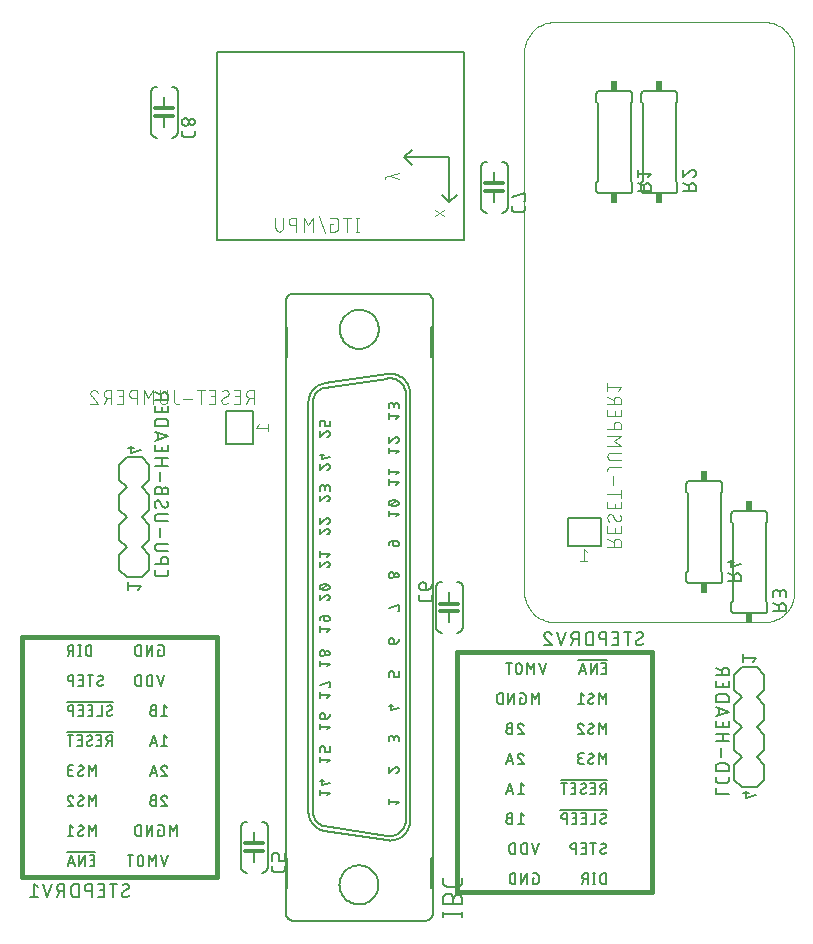
<source format=gbr>
G04 EAGLE Gerber RS-274X export*
G75*
%MOIN*%
%FSLAX34Y34*%
%LPD*%
%INSilkscreen Bottom*%
%IPPOS*%
%AMOC8*
5,1,8,0,0,1.08239X$1,22.5*%
G01*
%ADD10C,0.006000*%
%ADD11C,0.005000*%
%ADD12C,0.007000*%
%ADD13C,0.008000*%
%ADD14C,0.003000*%
%ADD15C,0.004000*%
%ADD16C,0.016000*%
%ADD17C,0.000000*%
%ADD18R,0.024000X0.034000*%
%ADD19C,0.012000*%


D10*
X13340Y3190D02*
X15420Y2880D01*
X12950Y17300D02*
X12952Y17344D01*
X12957Y17388D01*
X12967Y17431D01*
X12979Y17474D01*
X12996Y17515D01*
X13015Y17554D01*
X13038Y17592D01*
X13064Y17628D01*
X13093Y17662D01*
X13124Y17693D01*
X13158Y17721D01*
X13194Y17746D01*
X13232Y17769D01*
X13272Y17788D01*
X13314Y17803D01*
X13356Y17815D01*
X15407Y18118D02*
X15451Y18126D01*
X15496Y18129D01*
X15541Y18130D01*
X15586Y18126D01*
X15631Y18118D01*
X15674Y18107D01*
X15717Y18092D01*
X15758Y18074D01*
X15797Y18052D01*
X15835Y18027D01*
X15870Y17998D01*
X15902Y17967D01*
X15932Y17933D01*
X15959Y17897D01*
X15983Y17859D01*
X16003Y17819D01*
X16020Y17777D01*
X16033Y17734D01*
X16042Y17690D01*
X16048Y17645D01*
X16050Y17600D01*
X15410Y18120D02*
X13350Y17810D01*
X16050Y17600D02*
X16050Y3400D01*
X16048Y3355D01*
X16043Y3311D01*
X16033Y3268D01*
X16020Y3225D01*
X16004Y3183D01*
X15984Y3143D01*
X15961Y3105D01*
X15934Y3069D01*
X15905Y3036D01*
X15873Y3005D01*
X15838Y2976D01*
X15802Y2951D01*
X15763Y2929D01*
X15722Y2910D01*
X15681Y2895D01*
X15638Y2883D01*
X15594Y2875D01*
X15549Y2871D01*
X15505Y2870D01*
X15460Y2873D01*
X15416Y2880D01*
X13347Y3187D02*
X13305Y3200D01*
X13264Y3216D01*
X13225Y3235D01*
X13188Y3258D01*
X13153Y3283D01*
X13120Y3311D01*
X13089Y3342D01*
X13061Y3376D01*
X13036Y3411D01*
X13013Y3449D01*
X12994Y3488D01*
X12978Y3529D01*
X12966Y3571D01*
X12957Y3613D01*
X12952Y3656D01*
X12950Y3700D01*
X12950Y17300D01*
X12100Y1150D02*
X12050Y1150D01*
X12050Y2150D01*
X12100Y2150D02*
X12100Y1150D01*
X12100Y2150D02*
X12050Y2150D01*
X12050Y18850D01*
X12050Y1150D02*
X12050Y300D01*
X12052Y270D01*
X12057Y240D01*
X12066Y211D01*
X12079Y184D01*
X12094Y158D01*
X12113Y134D01*
X12134Y113D01*
X12158Y94D01*
X12184Y79D01*
X12211Y66D01*
X12240Y57D01*
X12270Y52D01*
X12300Y50D01*
X12050Y20700D02*
X12052Y20730D01*
X12057Y20760D01*
X12066Y20789D01*
X12079Y20816D01*
X12094Y20842D01*
X12113Y20866D01*
X12134Y20887D01*
X12158Y20906D01*
X12184Y20921D01*
X12211Y20934D01*
X12240Y20943D01*
X12270Y20948D01*
X12300Y20950D01*
X16950Y20700D02*
X16950Y19850D01*
X16700Y20950D02*
X12300Y20950D01*
X16700Y20950D02*
X16730Y20948D01*
X16760Y20943D01*
X16789Y20934D01*
X16816Y20921D01*
X16842Y20906D01*
X16866Y20887D01*
X16887Y20866D01*
X16906Y20842D01*
X16921Y20816D01*
X16934Y20789D01*
X16943Y20760D01*
X16948Y20730D01*
X16950Y20700D01*
X16700Y50D02*
X12300Y50D01*
X16700Y50D02*
X16730Y52D01*
X16760Y57D01*
X16789Y66D01*
X16816Y79D01*
X16842Y94D01*
X16866Y113D01*
X16887Y134D01*
X16906Y158D01*
X16921Y184D01*
X16934Y211D01*
X16943Y240D01*
X16948Y270D01*
X16950Y300D01*
X12100Y18850D02*
X12050Y18850D01*
X12050Y19850D01*
X12100Y19850D02*
X12100Y18850D01*
X12100Y19850D02*
X12050Y19850D01*
X12050Y20700D01*
X16900Y18850D02*
X16950Y18850D01*
X16950Y2150D01*
X16900Y18850D02*
X16900Y19850D01*
X16950Y19850D01*
X16950Y18850D01*
X16950Y1150D02*
X16900Y1150D01*
X16950Y1150D02*
X16950Y300D01*
X16900Y1150D02*
X16900Y2150D01*
X16950Y2150D01*
X16950Y1150D01*
X16200Y3400D02*
X16200Y17600D01*
X15410Y18270D02*
X13370Y17970D01*
X15387Y18267D02*
X15436Y18275D01*
X15486Y18279D01*
X15536Y18280D01*
X15586Y18277D01*
X15636Y18270D01*
X15685Y18260D01*
X15733Y18246D01*
X15780Y18228D01*
X15825Y18208D01*
X15869Y18183D01*
X15911Y18156D01*
X15951Y18126D01*
X15989Y18093D01*
X16024Y18057D01*
X16056Y18019D01*
X16085Y17978D01*
X16112Y17935D01*
X16135Y17891D01*
X16154Y17845D01*
X16171Y17797D01*
X16183Y17749D01*
X16193Y17700D01*
X16198Y17650D01*
X16200Y17600D01*
X13340Y3040D02*
X15420Y2730D01*
X15387Y2733D02*
X15436Y2725D01*
X15486Y2721D01*
X15536Y2720D01*
X15586Y2723D01*
X15636Y2730D01*
X15685Y2740D01*
X15733Y2754D01*
X15780Y2772D01*
X15825Y2792D01*
X15869Y2817D01*
X15911Y2844D01*
X15951Y2874D01*
X15989Y2907D01*
X16024Y2943D01*
X16056Y2981D01*
X16085Y3022D01*
X16112Y3065D01*
X16135Y3109D01*
X16154Y3155D01*
X16171Y3202D01*
X16183Y3251D01*
X16193Y3300D01*
X16198Y3350D01*
X16200Y3400D01*
X12800Y3700D02*
X12800Y17300D01*
X12800Y3700D02*
X12802Y3649D01*
X12808Y3597D01*
X12817Y3547D01*
X12831Y3497D01*
X12848Y3449D01*
X12869Y3402D01*
X12893Y3356D01*
X12921Y3313D01*
X12952Y3272D01*
X12986Y3233D01*
X13022Y3197D01*
X13062Y3164D01*
X13104Y3134D01*
X13147Y3107D01*
X13193Y3083D01*
X13241Y3064D01*
X13289Y3047D01*
X13339Y3035D01*
X13390Y3026D01*
X12800Y17300D02*
X12802Y17352D01*
X12808Y17403D01*
X12818Y17453D01*
X12831Y17503D01*
X12848Y17552D01*
X12869Y17599D01*
X12894Y17644D01*
X12921Y17688D01*
X12952Y17729D01*
X12986Y17768D01*
X13023Y17804D01*
X13063Y17837D01*
X13104Y17867D01*
X13148Y17894D01*
X13194Y17917D01*
X13242Y17937D01*
X13291Y17953D01*
X13341Y17966D01*
X13392Y17974D01*
X13443Y17979D01*
X13840Y1240D02*
X13842Y1290D01*
X13848Y1340D01*
X13858Y1390D01*
X13871Y1438D01*
X13888Y1486D01*
X13909Y1532D01*
X13933Y1576D01*
X13961Y1618D01*
X13992Y1658D01*
X14026Y1695D01*
X14063Y1730D01*
X14102Y1761D01*
X14143Y1790D01*
X14187Y1815D01*
X14233Y1837D01*
X14280Y1855D01*
X14328Y1869D01*
X14377Y1880D01*
X14427Y1887D01*
X14477Y1890D01*
X14528Y1889D01*
X14578Y1884D01*
X14628Y1875D01*
X14676Y1863D01*
X14724Y1846D01*
X14770Y1826D01*
X14815Y1803D01*
X14858Y1776D01*
X14898Y1746D01*
X14936Y1713D01*
X14971Y1677D01*
X15004Y1638D01*
X15033Y1597D01*
X15059Y1554D01*
X15082Y1509D01*
X15101Y1462D01*
X15116Y1414D01*
X15128Y1365D01*
X15136Y1315D01*
X15140Y1265D01*
X15140Y1215D01*
X15136Y1165D01*
X15128Y1115D01*
X15116Y1066D01*
X15101Y1018D01*
X15082Y971D01*
X15059Y926D01*
X15033Y883D01*
X15004Y842D01*
X14971Y803D01*
X14936Y767D01*
X14898Y734D01*
X14858Y704D01*
X14815Y677D01*
X14770Y654D01*
X14724Y634D01*
X14676Y617D01*
X14628Y605D01*
X14578Y596D01*
X14528Y591D01*
X14477Y590D01*
X14427Y593D01*
X14377Y600D01*
X14328Y611D01*
X14280Y625D01*
X14233Y643D01*
X14187Y665D01*
X14143Y690D01*
X14102Y719D01*
X14063Y750D01*
X14026Y785D01*
X13992Y822D01*
X13961Y862D01*
X13933Y904D01*
X13909Y948D01*
X13888Y994D01*
X13871Y1042D01*
X13858Y1090D01*
X13848Y1140D01*
X13842Y1190D01*
X13840Y1240D01*
X13850Y19760D02*
X13852Y19810D01*
X13858Y19860D01*
X13868Y19910D01*
X13881Y19958D01*
X13898Y20006D01*
X13919Y20052D01*
X13943Y20096D01*
X13971Y20138D01*
X14002Y20178D01*
X14036Y20215D01*
X14073Y20250D01*
X14112Y20281D01*
X14153Y20310D01*
X14197Y20335D01*
X14243Y20357D01*
X14290Y20375D01*
X14338Y20389D01*
X14387Y20400D01*
X14437Y20407D01*
X14487Y20410D01*
X14538Y20409D01*
X14588Y20404D01*
X14638Y20395D01*
X14686Y20383D01*
X14734Y20366D01*
X14780Y20346D01*
X14825Y20323D01*
X14868Y20296D01*
X14908Y20266D01*
X14946Y20233D01*
X14981Y20197D01*
X15014Y20158D01*
X15043Y20117D01*
X15069Y20074D01*
X15092Y20029D01*
X15111Y19982D01*
X15126Y19934D01*
X15138Y19885D01*
X15146Y19835D01*
X15150Y19785D01*
X15150Y19735D01*
X15146Y19685D01*
X15138Y19635D01*
X15126Y19586D01*
X15111Y19538D01*
X15092Y19491D01*
X15069Y19446D01*
X15043Y19403D01*
X15014Y19362D01*
X14981Y19323D01*
X14946Y19287D01*
X14908Y19254D01*
X14868Y19224D01*
X14825Y19197D01*
X14780Y19174D01*
X14734Y19154D01*
X14686Y19137D01*
X14638Y19125D01*
X14588Y19116D01*
X14538Y19111D01*
X14487Y19110D01*
X14437Y19113D01*
X14387Y19120D01*
X14338Y19131D01*
X14290Y19145D01*
X14243Y19163D01*
X14197Y19185D01*
X14153Y19210D01*
X14112Y19239D01*
X14073Y19270D01*
X14036Y19305D01*
X14002Y19342D01*
X13971Y19382D01*
X13943Y19424D01*
X13919Y19468D01*
X13898Y19514D01*
X13881Y19562D01*
X13868Y19610D01*
X13858Y19660D01*
X13852Y19710D01*
X13850Y19760D01*
D11*
X15815Y4019D02*
X15739Y3925D01*
X15815Y4019D02*
X15475Y4019D01*
X15475Y3925D02*
X15475Y4114D01*
X15815Y5079D02*
X15813Y5096D01*
X15809Y5112D01*
X15801Y5126D01*
X15790Y5139D01*
X15777Y5150D01*
X15763Y5158D01*
X15747Y5162D01*
X15730Y5164D01*
X15815Y5079D02*
X15813Y5060D01*
X15808Y5041D01*
X15800Y5023D01*
X15788Y5007D01*
X15774Y4994D01*
X15758Y4983D01*
X15740Y4975D01*
X15664Y5136D02*
X15678Y5148D01*
X15694Y5157D01*
X15712Y5162D01*
X15730Y5164D01*
X15664Y5136D02*
X15475Y4975D01*
X15475Y5164D01*
X15475Y6025D02*
X15475Y6119D01*
X15477Y6137D01*
X15482Y6155D01*
X15491Y6171D01*
X15503Y6185D01*
X15517Y6197D01*
X15533Y6206D01*
X15551Y6211D01*
X15569Y6213D01*
X15587Y6211D01*
X15605Y6206D01*
X15621Y6197D01*
X15635Y6185D01*
X15647Y6171D01*
X15656Y6155D01*
X15661Y6137D01*
X15663Y6119D01*
X15815Y6138D02*
X15815Y6025D01*
X15815Y6138D02*
X15813Y6154D01*
X15808Y6169D01*
X15800Y6183D01*
X15790Y6194D01*
X15777Y6204D01*
X15762Y6210D01*
X15747Y6214D01*
X15731Y6214D01*
X15716Y6210D01*
X15701Y6204D01*
X15688Y6194D01*
X15678Y6183D01*
X15670Y6169D01*
X15665Y6154D01*
X15663Y6138D01*
X15664Y6138D02*
X15664Y6063D01*
X15551Y7075D02*
X15815Y7151D01*
X15551Y7075D02*
X15551Y7264D01*
X15626Y7207D02*
X15475Y7207D01*
X15475Y8175D02*
X15475Y8288D01*
X15476Y8303D01*
X15481Y8317D01*
X15488Y8330D01*
X15497Y8342D01*
X15509Y8351D01*
X15522Y8358D01*
X15536Y8363D01*
X15551Y8364D01*
X15588Y8364D01*
X15603Y8363D01*
X15617Y8358D01*
X15630Y8351D01*
X15642Y8342D01*
X15651Y8330D01*
X15658Y8317D01*
X15663Y8303D01*
X15664Y8288D01*
X15664Y8175D01*
X15815Y8175D01*
X15815Y8364D01*
X15664Y9275D02*
X15664Y9388D01*
X15663Y9403D01*
X15658Y9417D01*
X15651Y9430D01*
X15642Y9442D01*
X15630Y9451D01*
X15617Y9458D01*
X15603Y9463D01*
X15588Y9464D01*
X15569Y9464D01*
X15569Y9463D02*
X15551Y9461D01*
X15533Y9456D01*
X15517Y9447D01*
X15503Y9435D01*
X15491Y9421D01*
X15482Y9405D01*
X15477Y9387D01*
X15475Y9369D01*
X15477Y9351D01*
X15482Y9333D01*
X15491Y9317D01*
X15503Y9303D01*
X15517Y9291D01*
X15533Y9282D01*
X15551Y9277D01*
X15569Y9275D01*
X15664Y9275D01*
X15688Y9277D01*
X15711Y9282D01*
X15733Y9291D01*
X15753Y9304D01*
X15771Y9319D01*
X15786Y9337D01*
X15799Y9357D01*
X15808Y9379D01*
X15813Y9402D01*
X15815Y9426D01*
X15777Y10375D02*
X15815Y10375D01*
X15815Y10564D01*
X15475Y10469D01*
X15569Y11475D02*
X15587Y11477D01*
X15605Y11482D01*
X15621Y11491D01*
X15635Y11503D01*
X15647Y11517D01*
X15656Y11533D01*
X15661Y11551D01*
X15663Y11569D01*
X15661Y11587D01*
X15656Y11605D01*
X15647Y11621D01*
X15635Y11635D01*
X15621Y11647D01*
X15605Y11656D01*
X15587Y11661D01*
X15569Y11663D01*
X15551Y11661D01*
X15533Y11656D01*
X15517Y11647D01*
X15503Y11635D01*
X15491Y11621D01*
X15482Y11605D01*
X15477Y11587D01*
X15475Y11569D01*
X15477Y11551D01*
X15482Y11533D01*
X15491Y11517D01*
X15503Y11503D01*
X15517Y11491D01*
X15533Y11482D01*
X15551Y11477D01*
X15569Y11475D01*
X15739Y11493D02*
X15755Y11495D01*
X15770Y11500D01*
X15784Y11508D01*
X15795Y11518D01*
X15805Y11531D01*
X15811Y11546D01*
X15815Y11561D01*
X15815Y11577D01*
X15811Y11592D01*
X15805Y11607D01*
X15795Y11620D01*
X15784Y11630D01*
X15770Y11638D01*
X15755Y11643D01*
X15739Y11645D01*
X15723Y11643D01*
X15708Y11638D01*
X15694Y11630D01*
X15683Y11620D01*
X15673Y11607D01*
X15667Y11592D01*
X15663Y11577D01*
X15663Y11561D01*
X15667Y11546D01*
X15673Y11531D01*
X15683Y11518D01*
X15694Y11508D01*
X15708Y11500D01*
X15723Y11495D01*
X15739Y11493D01*
X15626Y12601D02*
X15626Y12714D01*
X15626Y12601D02*
X15627Y12586D01*
X15632Y12572D01*
X15639Y12559D01*
X15648Y12547D01*
X15660Y12538D01*
X15673Y12531D01*
X15687Y12526D01*
X15702Y12525D01*
X15721Y12525D01*
X15739Y12527D01*
X15757Y12532D01*
X15773Y12541D01*
X15787Y12553D01*
X15799Y12567D01*
X15808Y12583D01*
X15813Y12601D01*
X15815Y12619D01*
X15813Y12637D01*
X15808Y12655D01*
X15799Y12671D01*
X15787Y12685D01*
X15773Y12697D01*
X15757Y12706D01*
X15739Y12711D01*
X15721Y12713D01*
X15721Y12714D02*
X15626Y12714D01*
X15602Y12712D01*
X15579Y12707D01*
X15557Y12698D01*
X15537Y12685D01*
X15519Y12670D01*
X15504Y12652D01*
X15491Y12632D01*
X15482Y12610D01*
X15477Y12587D01*
X15475Y12563D01*
X15739Y13525D02*
X15815Y13619D01*
X15475Y13619D01*
X15475Y13525D02*
X15475Y13714D01*
X15645Y13876D02*
X15677Y13878D01*
X15708Y13883D01*
X15738Y13892D01*
X15768Y13904D01*
X15781Y13910D01*
X15792Y13918D01*
X15802Y13929D01*
X15809Y13942D01*
X15814Y13956D01*
X15815Y13970D01*
X15814Y13984D01*
X15809Y13998D01*
X15802Y14011D01*
X15792Y14022D01*
X15781Y14030D01*
X15768Y14036D01*
X15768Y14037D02*
X15738Y14049D01*
X15708Y14058D01*
X15677Y14063D01*
X15645Y14065D01*
X15645Y13876D02*
X15613Y13878D01*
X15582Y13883D01*
X15552Y13892D01*
X15522Y13904D01*
X15509Y13910D01*
X15498Y13918D01*
X15488Y13929D01*
X15481Y13942D01*
X15476Y13956D01*
X15475Y13970D01*
X15522Y14037D02*
X15552Y14049D01*
X15582Y14058D01*
X15613Y14063D01*
X15645Y14065D01*
X15522Y14036D02*
X15509Y14030D01*
X15498Y14022D01*
X15488Y14011D01*
X15481Y13998D01*
X15476Y13984D01*
X15475Y13970D01*
X15551Y13895D02*
X15739Y14046D01*
X15739Y14575D02*
X15815Y14669D01*
X15475Y14669D01*
X15475Y14575D02*
X15475Y14764D01*
X15739Y14926D02*
X15815Y15020D01*
X15475Y15020D01*
X15475Y14926D02*
X15475Y15115D01*
X15739Y15625D02*
X15815Y15719D01*
X15475Y15719D01*
X15475Y15625D02*
X15475Y15814D01*
X15815Y16080D02*
X15813Y16097D01*
X15809Y16113D01*
X15801Y16127D01*
X15790Y16140D01*
X15777Y16151D01*
X15763Y16159D01*
X15747Y16163D01*
X15730Y16165D01*
X15815Y16080D02*
X15813Y16061D01*
X15808Y16042D01*
X15800Y16024D01*
X15788Y16008D01*
X15774Y15995D01*
X15758Y15984D01*
X15740Y15976D01*
X15664Y16137D02*
X15678Y16149D01*
X15694Y16158D01*
X15712Y16163D01*
X15730Y16165D01*
X15664Y16137D02*
X15475Y15976D01*
X15475Y16165D01*
X15739Y16775D02*
X15815Y16869D01*
X15475Y16869D01*
X15475Y16775D02*
X15475Y16964D01*
X15475Y17126D02*
X15475Y17220D01*
X15477Y17238D01*
X15482Y17256D01*
X15491Y17272D01*
X15503Y17286D01*
X15517Y17298D01*
X15533Y17307D01*
X15551Y17312D01*
X15569Y17314D01*
X15587Y17312D01*
X15605Y17307D01*
X15621Y17298D01*
X15635Y17286D01*
X15647Y17272D01*
X15656Y17256D01*
X15661Y17238D01*
X15663Y17220D01*
X15815Y17239D02*
X15815Y17126D01*
X15815Y17239D02*
X15813Y17255D01*
X15808Y17270D01*
X15800Y17284D01*
X15790Y17295D01*
X15777Y17305D01*
X15762Y17311D01*
X15747Y17315D01*
X15731Y17315D01*
X15716Y17311D01*
X15701Y17305D01*
X15688Y17295D01*
X15678Y17284D01*
X15670Y17270D01*
X15665Y17255D01*
X15663Y17239D01*
X15664Y17239D02*
X15664Y17164D01*
X13515Y4319D02*
X13439Y4225D01*
X13515Y4319D02*
X13175Y4319D01*
X13175Y4225D02*
X13175Y4414D01*
X13251Y4576D02*
X13515Y4652D01*
X13251Y4576D02*
X13251Y4765D01*
X13326Y4708D02*
X13175Y4708D01*
X13439Y5325D02*
X13515Y5419D01*
X13175Y5419D01*
X13175Y5325D02*
X13175Y5514D01*
X13175Y5676D02*
X13175Y5789D01*
X13176Y5804D01*
X13181Y5818D01*
X13188Y5831D01*
X13197Y5843D01*
X13209Y5852D01*
X13222Y5859D01*
X13236Y5864D01*
X13251Y5865D01*
X13288Y5865D01*
X13303Y5864D01*
X13317Y5859D01*
X13330Y5852D01*
X13342Y5843D01*
X13351Y5831D01*
X13358Y5818D01*
X13363Y5804D01*
X13364Y5789D01*
X13364Y5676D01*
X13515Y5676D01*
X13515Y5865D01*
X13439Y6425D02*
X13515Y6519D01*
X13175Y6519D01*
X13175Y6425D02*
X13175Y6614D01*
X13364Y6776D02*
X13364Y6889D01*
X13363Y6904D01*
X13358Y6918D01*
X13351Y6931D01*
X13342Y6943D01*
X13330Y6952D01*
X13317Y6959D01*
X13303Y6964D01*
X13288Y6965D01*
X13269Y6965D01*
X13269Y6964D02*
X13251Y6962D01*
X13233Y6957D01*
X13217Y6948D01*
X13203Y6936D01*
X13191Y6922D01*
X13182Y6906D01*
X13177Y6888D01*
X13175Y6870D01*
X13177Y6852D01*
X13182Y6834D01*
X13191Y6818D01*
X13203Y6804D01*
X13217Y6792D01*
X13233Y6783D01*
X13251Y6778D01*
X13269Y6776D01*
X13364Y6776D01*
X13388Y6778D01*
X13411Y6783D01*
X13433Y6792D01*
X13453Y6805D01*
X13471Y6820D01*
X13486Y6838D01*
X13499Y6858D01*
X13508Y6880D01*
X13513Y6903D01*
X13515Y6927D01*
X13439Y7475D02*
X13515Y7569D01*
X13175Y7569D01*
X13175Y7475D02*
X13175Y7664D01*
X13477Y7826D02*
X13515Y7826D01*
X13515Y8015D01*
X13175Y7920D01*
X13439Y8525D02*
X13515Y8619D01*
X13175Y8619D01*
X13175Y8525D02*
X13175Y8714D01*
X13269Y8876D02*
X13287Y8878D01*
X13305Y8883D01*
X13321Y8892D01*
X13335Y8904D01*
X13347Y8918D01*
X13356Y8934D01*
X13361Y8952D01*
X13363Y8970D01*
X13361Y8988D01*
X13356Y9006D01*
X13347Y9022D01*
X13335Y9036D01*
X13321Y9048D01*
X13305Y9057D01*
X13287Y9062D01*
X13269Y9064D01*
X13251Y9062D01*
X13233Y9057D01*
X13217Y9048D01*
X13203Y9036D01*
X13191Y9022D01*
X13182Y9006D01*
X13177Y8988D01*
X13175Y8970D01*
X13177Y8952D01*
X13182Y8934D01*
X13191Y8918D01*
X13203Y8904D01*
X13217Y8892D01*
X13233Y8883D01*
X13251Y8878D01*
X13269Y8876D01*
X13439Y8894D02*
X13455Y8896D01*
X13470Y8901D01*
X13484Y8909D01*
X13495Y8919D01*
X13505Y8932D01*
X13511Y8947D01*
X13515Y8962D01*
X13515Y8978D01*
X13511Y8993D01*
X13505Y9008D01*
X13495Y9021D01*
X13484Y9031D01*
X13470Y9039D01*
X13455Y9044D01*
X13439Y9046D01*
X13423Y9044D01*
X13408Y9039D01*
X13394Y9031D01*
X13383Y9021D01*
X13373Y9008D01*
X13367Y8993D01*
X13363Y8978D01*
X13363Y8962D01*
X13367Y8947D01*
X13373Y8932D01*
X13383Y8919D01*
X13394Y8909D01*
X13408Y8901D01*
X13423Y8896D01*
X13439Y8894D01*
X13439Y9675D02*
X13515Y9769D01*
X13175Y9769D01*
X13175Y9675D02*
X13175Y9864D01*
X13326Y10102D02*
X13326Y10215D01*
X13326Y10102D02*
X13327Y10087D01*
X13332Y10073D01*
X13339Y10060D01*
X13348Y10048D01*
X13360Y10039D01*
X13373Y10032D01*
X13387Y10027D01*
X13402Y10026D01*
X13421Y10026D01*
X13439Y10028D01*
X13457Y10033D01*
X13473Y10042D01*
X13487Y10054D01*
X13499Y10068D01*
X13508Y10084D01*
X13513Y10102D01*
X13515Y10120D01*
X13513Y10138D01*
X13508Y10156D01*
X13499Y10172D01*
X13487Y10186D01*
X13473Y10198D01*
X13457Y10207D01*
X13439Y10212D01*
X13421Y10214D01*
X13421Y10215D02*
X13326Y10215D01*
X13302Y10213D01*
X13279Y10208D01*
X13257Y10199D01*
X13237Y10186D01*
X13219Y10171D01*
X13204Y10153D01*
X13191Y10133D01*
X13182Y10111D01*
X13177Y10088D01*
X13175Y10064D01*
X13515Y10829D02*
X13513Y10846D01*
X13509Y10862D01*
X13501Y10876D01*
X13490Y10889D01*
X13477Y10900D01*
X13463Y10908D01*
X13447Y10912D01*
X13430Y10914D01*
X13515Y10829D02*
X13513Y10810D01*
X13508Y10791D01*
X13500Y10773D01*
X13488Y10757D01*
X13474Y10744D01*
X13458Y10733D01*
X13440Y10725D01*
X13364Y10886D02*
X13378Y10898D01*
X13394Y10907D01*
X13412Y10912D01*
X13430Y10914D01*
X13364Y10886D02*
X13175Y10725D01*
X13175Y10914D01*
X13345Y11076D02*
X13377Y11078D01*
X13408Y11083D01*
X13438Y11092D01*
X13468Y11104D01*
X13481Y11110D01*
X13492Y11118D01*
X13502Y11129D01*
X13509Y11142D01*
X13514Y11156D01*
X13515Y11170D01*
X13514Y11184D01*
X13509Y11198D01*
X13502Y11211D01*
X13492Y11222D01*
X13481Y11230D01*
X13468Y11236D01*
X13468Y11237D02*
X13438Y11249D01*
X13408Y11258D01*
X13377Y11263D01*
X13345Y11265D01*
X13345Y11076D02*
X13313Y11078D01*
X13282Y11083D01*
X13252Y11092D01*
X13222Y11104D01*
X13209Y11110D01*
X13198Y11118D01*
X13188Y11129D01*
X13181Y11142D01*
X13176Y11156D01*
X13175Y11170D01*
X13222Y11237D02*
X13252Y11249D01*
X13282Y11258D01*
X13313Y11263D01*
X13345Y11265D01*
X13222Y11236D02*
X13209Y11230D01*
X13198Y11222D01*
X13188Y11211D01*
X13181Y11198D01*
X13176Y11184D01*
X13175Y11170D01*
X13251Y11095D02*
X13439Y11246D01*
X13515Y11929D02*
X13513Y11946D01*
X13509Y11962D01*
X13501Y11976D01*
X13490Y11989D01*
X13477Y12000D01*
X13463Y12008D01*
X13447Y12012D01*
X13430Y12014D01*
X13515Y11929D02*
X13513Y11910D01*
X13508Y11891D01*
X13500Y11873D01*
X13488Y11857D01*
X13474Y11844D01*
X13458Y11833D01*
X13440Y11825D01*
X13364Y11986D02*
X13378Y11998D01*
X13394Y12007D01*
X13412Y12012D01*
X13430Y12014D01*
X13364Y11986D02*
X13175Y11825D01*
X13175Y12014D01*
X13439Y12176D02*
X13515Y12270D01*
X13175Y12270D01*
X13175Y12176D02*
X13175Y12365D01*
X13515Y13029D02*
X13513Y13046D01*
X13509Y13062D01*
X13501Y13076D01*
X13490Y13089D01*
X13477Y13100D01*
X13463Y13108D01*
X13447Y13112D01*
X13430Y13114D01*
X13515Y13029D02*
X13513Y13010D01*
X13508Y12991D01*
X13500Y12973D01*
X13488Y12957D01*
X13474Y12944D01*
X13458Y12933D01*
X13440Y12925D01*
X13364Y13086D02*
X13378Y13098D01*
X13394Y13107D01*
X13412Y13112D01*
X13430Y13114D01*
X13364Y13086D02*
X13175Y12925D01*
X13175Y13114D01*
X13515Y13380D02*
X13513Y13397D01*
X13509Y13413D01*
X13501Y13427D01*
X13490Y13440D01*
X13477Y13451D01*
X13463Y13459D01*
X13447Y13463D01*
X13430Y13465D01*
X13515Y13380D02*
X13513Y13361D01*
X13508Y13342D01*
X13500Y13324D01*
X13488Y13308D01*
X13474Y13295D01*
X13458Y13284D01*
X13440Y13276D01*
X13364Y13437D02*
X13378Y13449D01*
X13394Y13458D01*
X13412Y13463D01*
X13430Y13465D01*
X13364Y13437D02*
X13175Y13276D01*
X13175Y13465D01*
X13515Y14129D02*
X13513Y14146D01*
X13509Y14162D01*
X13501Y14176D01*
X13490Y14189D01*
X13477Y14200D01*
X13463Y14208D01*
X13447Y14212D01*
X13430Y14214D01*
X13515Y14129D02*
X13513Y14110D01*
X13508Y14091D01*
X13500Y14073D01*
X13488Y14057D01*
X13474Y14044D01*
X13458Y14033D01*
X13440Y14025D01*
X13364Y14186D02*
X13378Y14198D01*
X13394Y14207D01*
X13412Y14212D01*
X13430Y14214D01*
X13364Y14186D02*
X13175Y14025D01*
X13175Y14214D01*
X13175Y14376D02*
X13175Y14470D01*
X13177Y14488D01*
X13182Y14506D01*
X13191Y14522D01*
X13203Y14536D01*
X13217Y14548D01*
X13233Y14557D01*
X13251Y14562D01*
X13269Y14564D01*
X13287Y14562D01*
X13305Y14557D01*
X13321Y14548D01*
X13335Y14536D01*
X13347Y14522D01*
X13356Y14506D01*
X13361Y14488D01*
X13363Y14470D01*
X13515Y14489D02*
X13515Y14376D01*
X13515Y14489D02*
X13513Y14505D01*
X13508Y14520D01*
X13500Y14534D01*
X13490Y14545D01*
X13477Y14555D01*
X13462Y14561D01*
X13447Y14565D01*
X13431Y14565D01*
X13416Y14561D01*
X13401Y14555D01*
X13388Y14545D01*
X13378Y14534D01*
X13370Y14520D01*
X13365Y14505D01*
X13363Y14489D01*
X13364Y14489D02*
X13364Y14414D01*
X13515Y15179D02*
X13513Y15196D01*
X13509Y15212D01*
X13501Y15226D01*
X13490Y15239D01*
X13477Y15250D01*
X13463Y15258D01*
X13447Y15262D01*
X13430Y15264D01*
X13515Y15179D02*
X13513Y15160D01*
X13508Y15141D01*
X13500Y15123D01*
X13488Y15107D01*
X13474Y15094D01*
X13458Y15083D01*
X13440Y15075D01*
X13364Y15236D02*
X13378Y15248D01*
X13394Y15257D01*
X13412Y15262D01*
X13430Y15264D01*
X13364Y15236D02*
X13175Y15075D01*
X13175Y15264D01*
X13251Y15426D02*
X13515Y15502D01*
X13251Y15426D02*
X13251Y15615D01*
X13326Y15558D02*
X13175Y15558D01*
X13515Y16279D02*
X13513Y16296D01*
X13509Y16312D01*
X13501Y16326D01*
X13490Y16339D01*
X13477Y16350D01*
X13463Y16358D01*
X13447Y16362D01*
X13430Y16364D01*
X13515Y16279D02*
X13513Y16260D01*
X13508Y16241D01*
X13500Y16223D01*
X13488Y16207D01*
X13474Y16194D01*
X13458Y16183D01*
X13440Y16175D01*
X13364Y16336D02*
X13378Y16348D01*
X13394Y16357D01*
X13412Y16362D01*
X13430Y16364D01*
X13364Y16336D02*
X13175Y16175D01*
X13175Y16364D01*
X13175Y16526D02*
X13175Y16639D01*
X13176Y16654D01*
X13181Y16668D01*
X13188Y16681D01*
X13197Y16693D01*
X13209Y16702D01*
X13222Y16709D01*
X13236Y16714D01*
X13251Y16715D01*
X13288Y16715D01*
X13303Y16714D01*
X13317Y16709D01*
X13330Y16702D01*
X13342Y16693D01*
X13351Y16681D01*
X13358Y16668D01*
X13363Y16654D01*
X13364Y16639D01*
X13364Y16526D01*
X13515Y16526D01*
X13515Y16715D01*
D12*
X17285Y255D02*
X17915Y255D01*
X17285Y185D02*
X17285Y325D01*
X17915Y325D02*
X17915Y185D01*
X17635Y602D02*
X17635Y777D01*
X17633Y802D01*
X17628Y826D01*
X17619Y850D01*
X17607Y872D01*
X17592Y892D01*
X17575Y909D01*
X17555Y924D01*
X17533Y936D01*
X17509Y945D01*
X17485Y950D01*
X17460Y952D01*
X17435Y950D01*
X17411Y945D01*
X17387Y936D01*
X17365Y924D01*
X17345Y909D01*
X17328Y892D01*
X17313Y872D01*
X17301Y850D01*
X17292Y826D01*
X17287Y802D01*
X17285Y777D01*
X17285Y602D01*
X17915Y602D01*
X17915Y777D01*
X17913Y799D01*
X17908Y820D01*
X17900Y841D01*
X17888Y859D01*
X17874Y876D01*
X17857Y890D01*
X17839Y902D01*
X17818Y910D01*
X17797Y915D01*
X17775Y917D01*
X17753Y915D01*
X17732Y910D01*
X17711Y902D01*
X17693Y890D01*
X17676Y876D01*
X17662Y859D01*
X17650Y841D01*
X17642Y820D01*
X17637Y799D01*
X17635Y777D01*
X17285Y1326D02*
X17285Y1466D01*
X17285Y1326D02*
X17287Y1304D01*
X17292Y1283D01*
X17300Y1262D01*
X17312Y1244D01*
X17326Y1227D01*
X17343Y1213D01*
X17361Y1201D01*
X17382Y1193D01*
X17403Y1188D01*
X17425Y1186D01*
X17775Y1186D01*
X17797Y1188D01*
X17818Y1193D01*
X17839Y1201D01*
X17857Y1213D01*
X17874Y1227D01*
X17888Y1244D01*
X17900Y1262D01*
X17908Y1283D01*
X17913Y1304D01*
X17915Y1326D01*
X17915Y1466D01*
D10*
X7500Y11750D02*
X7500Y12250D01*
X7250Y12500D01*
X6750Y12500D02*
X6500Y12250D01*
X7250Y12500D02*
X7500Y12750D01*
X7500Y13250D01*
X7250Y13500D01*
X6750Y13500D02*
X6500Y13250D01*
X6500Y12750D01*
X6750Y12500D01*
X6750Y11500D02*
X7250Y11500D01*
X7500Y11750D01*
X6750Y11500D02*
X6500Y11750D01*
X6500Y12250D01*
X7250Y13500D02*
X7500Y13750D01*
X7500Y14250D01*
X7250Y14500D01*
X6750Y14500D02*
X6500Y14250D01*
X6500Y13750D01*
X6750Y13500D01*
X7500Y14750D02*
X7500Y15250D01*
X7250Y15500D01*
X6750Y15500D01*
X6500Y15250D01*
X7250Y14500D02*
X7500Y14750D01*
X6750Y14500D02*
X6500Y14750D01*
X6500Y15250D01*
D11*
X7225Y11200D02*
X7125Y11075D01*
X7225Y11200D02*
X6775Y11200D01*
X6775Y11075D02*
X6775Y11325D01*
X6875Y15625D02*
X7225Y15725D01*
X6875Y15625D02*
X6875Y15875D01*
X6975Y15800D02*
X6775Y15800D01*
X7675Y11725D02*
X7675Y11625D01*
X7677Y11608D01*
X7681Y11591D01*
X7688Y11575D01*
X7698Y11561D01*
X7711Y11548D01*
X7725Y11538D01*
X7741Y11531D01*
X7758Y11527D01*
X7775Y11525D01*
X8025Y11525D01*
X8042Y11527D01*
X8059Y11531D01*
X8075Y11538D01*
X8089Y11548D01*
X8102Y11561D01*
X8112Y11575D01*
X8119Y11591D01*
X8123Y11608D01*
X8125Y11625D01*
X8125Y11725D01*
X8125Y11924D02*
X7675Y11924D01*
X8125Y11924D02*
X8125Y12049D01*
X8123Y12070D01*
X8118Y12090D01*
X8110Y12108D01*
X8099Y12126D01*
X8085Y12141D01*
X8068Y12154D01*
X8050Y12163D01*
X8031Y12170D01*
X8010Y12174D01*
X7990Y12174D01*
X7969Y12170D01*
X7950Y12163D01*
X7932Y12154D01*
X7915Y12141D01*
X7901Y12126D01*
X7890Y12108D01*
X7882Y12090D01*
X7877Y12070D01*
X7875Y12049D01*
X7875Y11924D01*
X7800Y12366D02*
X8125Y12366D01*
X7800Y12366D02*
X7779Y12368D01*
X7759Y12373D01*
X7741Y12381D01*
X7723Y12392D01*
X7708Y12406D01*
X7695Y12423D01*
X7686Y12441D01*
X7679Y12460D01*
X7675Y12481D01*
X7675Y12501D01*
X7679Y12522D01*
X7686Y12541D01*
X7695Y12559D01*
X7708Y12576D01*
X7723Y12590D01*
X7741Y12601D01*
X7759Y12609D01*
X7779Y12614D01*
X7800Y12616D01*
X8125Y12616D01*
X7850Y12836D02*
X7850Y13136D01*
X7800Y13356D02*
X8125Y13356D01*
X7800Y13356D02*
X7779Y13358D01*
X7759Y13363D01*
X7741Y13371D01*
X7723Y13382D01*
X7708Y13396D01*
X7695Y13413D01*
X7686Y13431D01*
X7679Y13450D01*
X7675Y13471D01*
X7675Y13491D01*
X7679Y13512D01*
X7686Y13531D01*
X7695Y13549D01*
X7708Y13566D01*
X7723Y13580D01*
X7741Y13591D01*
X7759Y13599D01*
X7779Y13604D01*
X7800Y13606D01*
X8125Y13606D01*
X7775Y14056D02*
X7758Y14054D01*
X7741Y14050D01*
X7725Y14043D01*
X7711Y14033D01*
X7698Y14020D01*
X7688Y14006D01*
X7681Y13990D01*
X7677Y13973D01*
X7675Y13956D01*
X7677Y13928D01*
X7682Y13901D01*
X7691Y13875D01*
X7704Y13850D01*
X7719Y13827D01*
X7737Y13806D01*
X8025Y13819D02*
X8042Y13821D01*
X8059Y13825D01*
X8075Y13832D01*
X8089Y13842D01*
X8102Y13855D01*
X8112Y13869D01*
X8119Y13885D01*
X8123Y13902D01*
X8125Y13919D01*
X8126Y13919D02*
X8124Y13943D01*
X8120Y13967D01*
X8112Y13990D01*
X8102Y14012D01*
X8088Y14032D01*
X7937Y13869D02*
X7947Y13855D01*
X7960Y13842D01*
X7974Y13832D01*
X7990Y13825D01*
X8007Y13821D01*
X8025Y13819D01*
X7863Y14007D02*
X7853Y14021D01*
X7840Y14034D01*
X7826Y14044D01*
X7810Y14051D01*
X7793Y14055D01*
X7775Y14057D01*
X7863Y14006D02*
X7938Y13869D01*
X7925Y14264D02*
X7925Y14389D01*
X7923Y14410D01*
X7918Y14430D01*
X7910Y14448D01*
X7899Y14466D01*
X7885Y14481D01*
X7868Y14494D01*
X7850Y14503D01*
X7831Y14510D01*
X7810Y14514D01*
X7790Y14514D01*
X7769Y14510D01*
X7750Y14503D01*
X7732Y14494D01*
X7715Y14481D01*
X7701Y14466D01*
X7690Y14448D01*
X7682Y14430D01*
X7677Y14410D01*
X7675Y14389D01*
X7675Y14264D01*
X8125Y14264D01*
X8125Y14389D01*
X8123Y14407D01*
X8118Y14425D01*
X8110Y14442D01*
X8099Y14456D01*
X8085Y14469D01*
X8070Y14479D01*
X8052Y14485D01*
X8034Y14489D01*
X8016Y14489D01*
X7998Y14485D01*
X7980Y14479D01*
X7965Y14469D01*
X7951Y14456D01*
X7940Y14442D01*
X7932Y14425D01*
X7927Y14407D01*
X7925Y14389D01*
X7850Y14696D02*
X7850Y14996D01*
X7675Y15216D02*
X8125Y15216D01*
X7925Y15216D02*
X7925Y15466D01*
X8125Y15466D02*
X7675Y15466D01*
X7675Y15697D02*
X7675Y15897D01*
X7675Y15697D02*
X8125Y15697D01*
X8125Y15897D01*
X7925Y15847D02*
X7925Y15697D01*
X7675Y16046D02*
X8125Y16196D01*
X7675Y16346D01*
X7788Y16309D02*
X7788Y16084D01*
X7675Y16536D02*
X8125Y16536D01*
X8125Y16661D01*
X8123Y16681D01*
X8119Y16700D01*
X8111Y16718D01*
X8101Y16734D01*
X8088Y16749D01*
X8073Y16762D01*
X8057Y16772D01*
X8039Y16780D01*
X8020Y16784D01*
X8000Y16786D01*
X7800Y16786D01*
X7780Y16784D01*
X7761Y16780D01*
X7743Y16772D01*
X7727Y16762D01*
X7712Y16749D01*
X7699Y16734D01*
X7689Y16718D01*
X7681Y16700D01*
X7677Y16681D01*
X7675Y16661D01*
X7675Y16536D01*
X7675Y17017D02*
X7675Y17217D01*
X7675Y17017D02*
X8125Y17017D01*
X8125Y17217D01*
X7925Y17167D02*
X7925Y17017D01*
X8125Y17410D02*
X7675Y17410D01*
X8125Y17410D02*
X8125Y17535D01*
X8123Y17556D01*
X8118Y17576D01*
X8110Y17594D01*
X8099Y17612D01*
X8085Y17627D01*
X8068Y17640D01*
X8050Y17649D01*
X8031Y17656D01*
X8010Y17660D01*
X7990Y17660D01*
X7969Y17656D01*
X7950Y17649D01*
X7932Y17640D01*
X7915Y17627D01*
X7901Y17612D01*
X7890Y17594D01*
X7882Y17576D01*
X7877Y17556D01*
X7875Y17535D01*
X7875Y17410D01*
X7875Y17560D02*
X7675Y17660D01*
D10*
X27000Y8250D02*
X27000Y7750D01*
X27250Y7500D01*
X27750Y7500D02*
X28000Y7750D01*
X27250Y7500D02*
X27000Y7250D01*
X27000Y6750D01*
X27250Y6500D01*
X27750Y6500D02*
X28000Y6750D01*
X28000Y7250D01*
X27750Y7500D01*
X27750Y8500D02*
X27250Y8500D01*
X27000Y8250D01*
X27750Y8500D02*
X28000Y8250D01*
X28000Y7750D01*
X27250Y6500D02*
X27000Y6250D01*
X27000Y5750D01*
X27250Y5500D01*
X27750Y5500D02*
X28000Y5750D01*
X28000Y6250D01*
X27750Y6500D01*
X27000Y5250D02*
X27000Y4750D01*
X27250Y4500D01*
X27750Y4500D01*
X28000Y4750D01*
X27250Y5500D02*
X27000Y5250D01*
X27750Y5500D02*
X28000Y5250D01*
X28000Y4750D01*
D11*
X27625Y8675D02*
X27725Y8800D01*
X27275Y8800D01*
X27275Y8675D02*
X27275Y8925D01*
X27725Y4225D02*
X27375Y4125D01*
X27375Y4375D01*
X27475Y4300D02*
X27275Y4300D01*
X26825Y4278D02*
X26375Y4278D01*
X26375Y4478D01*
X26375Y4750D02*
X26375Y4850D01*
X26375Y4750D02*
X26377Y4733D01*
X26381Y4716D01*
X26388Y4700D01*
X26398Y4686D01*
X26411Y4673D01*
X26425Y4663D01*
X26441Y4656D01*
X26458Y4652D01*
X26475Y4650D01*
X26725Y4650D01*
X26742Y4652D01*
X26759Y4656D01*
X26775Y4663D01*
X26789Y4673D01*
X26802Y4686D01*
X26812Y4700D01*
X26819Y4716D01*
X26823Y4733D01*
X26825Y4750D01*
X26825Y4850D01*
X26825Y5042D02*
X26375Y5042D01*
X26825Y5042D02*
X26825Y5167D01*
X26823Y5187D01*
X26819Y5206D01*
X26811Y5224D01*
X26801Y5240D01*
X26788Y5255D01*
X26773Y5268D01*
X26757Y5278D01*
X26739Y5286D01*
X26720Y5290D01*
X26700Y5292D01*
X26500Y5292D01*
X26480Y5290D01*
X26461Y5286D01*
X26443Y5278D01*
X26427Y5268D01*
X26412Y5255D01*
X26399Y5240D01*
X26389Y5224D01*
X26381Y5206D01*
X26377Y5187D01*
X26375Y5167D01*
X26375Y5042D01*
X26550Y5512D02*
X26550Y5812D01*
X26375Y6032D02*
X26825Y6032D01*
X26625Y6032D02*
X26625Y6282D01*
X26825Y6282D02*
X26375Y6282D01*
X26375Y6513D02*
X26375Y6713D01*
X26375Y6513D02*
X26825Y6513D01*
X26825Y6713D01*
X26625Y6663D02*
X26625Y6513D01*
X26375Y6862D02*
X26825Y7012D01*
X26375Y7162D01*
X26488Y7124D02*
X26488Y6899D01*
X26375Y7352D02*
X26825Y7352D01*
X26825Y7477D01*
X26823Y7497D01*
X26819Y7516D01*
X26811Y7534D01*
X26801Y7550D01*
X26788Y7565D01*
X26773Y7578D01*
X26757Y7588D01*
X26739Y7596D01*
X26720Y7600D01*
X26700Y7602D01*
X26500Y7602D01*
X26480Y7600D01*
X26461Y7596D01*
X26443Y7588D01*
X26427Y7578D01*
X26412Y7565D01*
X26399Y7550D01*
X26389Y7534D01*
X26381Y7516D01*
X26377Y7497D01*
X26375Y7477D01*
X26375Y7352D01*
X26375Y7833D02*
X26375Y8033D01*
X26375Y7833D02*
X26825Y7833D01*
X26825Y8033D01*
X26625Y7983D02*
X26625Y7833D01*
X26825Y8225D02*
X26375Y8225D01*
X26825Y8225D02*
X26825Y8350D01*
X26823Y8371D01*
X26818Y8391D01*
X26810Y8409D01*
X26799Y8427D01*
X26785Y8442D01*
X26768Y8455D01*
X26750Y8464D01*
X26731Y8471D01*
X26710Y8475D01*
X26690Y8475D01*
X26669Y8471D01*
X26650Y8464D01*
X26632Y8455D01*
X26615Y8442D01*
X26601Y8427D01*
X26590Y8409D01*
X26582Y8391D01*
X26577Y8371D01*
X26575Y8350D01*
X26575Y8225D01*
X26575Y8375D02*
X26375Y8475D01*
D13*
X22551Y13455D02*
X21449Y13455D01*
X21449Y12545D01*
X22551Y12545D01*
X22551Y13455D01*
D14*
X21975Y12435D02*
X22087Y12345D01*
X21975Y12435D02*
X21975Y12032D01*
X22087Y12032D02*
X21863Y12032D01*
D15*
X22770Y12520D02*
X23230Y12520D01*
X23230Y12648D01*
X23228Y12669D01*
X23223Y12690D01*
X23215Y12709D01*
X23203Y12727D01*
X23189Y12742D01*
X23172Y12755D01*
X23153Y12765D01*
X23133Y12772D01*
X23113Y12776D01*
X23091Y12776D01*
X23071Y12772D01*
X23051Y12765D01*
X23032Y12755D01*
X23015Y12742D01*
X23001Y12727D01*
X22989Y12709D01*
X22981Y12690D01*
X22976Y12669D01*
X22974Y12648D01*
X22974Y12520D01*
X22974Y12673D02*
X22770Y12776D01*
X22770Y12983D02*
X22770Y13187D01*
X22770Y12983D02*
X23230Y12983D01*
X23230Y13187D01*
X23026Y13136D02*
X23026Y12983D01*
X22770Y13495D02*
X22772Y13513D01*
X22776Y13530D01*
X22784Y13546D01*
X22794Y13561D01*
X22806Y13573D01*
X22821Y13583D01*
X22837Y13591D01*
X22854Y13595D01*
X22872Y13597D01*
X22770Y13495D02*
X22772Y13467D01*
X22777Y13439D01*
X22787Y13412D01*
X22799Y13386D01*
X22815Y13363D01*
X22834Y13342D01*
X23128Y13355D02*
X23146Y13357D01*
X23163Y13361D01*
X23179Y13369D01*
X23194Y13379D01*
X23206Y13391D01*
X23216Y13406D01*
X23224Y13422D01*
X23228Y13439D01*
X23230Y13457D01*
X23228Y13482D01*
X23224Y13506D01*
X23216Y13529D01*
X23205Y13552D01*
X23192Y13572D01*
X23038Y13406D02*
X23049Y13392D01*
X23062Y13379D01*
X23076Y13369D01*
X23093Y13361D01*
X23110Y13357D01*
X23128Y13355D01*
X22962Y13547D02*
X22951Y13561D01*
X22938Y13574D01*
X22924Y13584D01*
X22907Y13592D01*
X22890Y13596D01*
X22872Y13598D01*
X22962Y13547D02*
X23038Y13406D01*
X22770Y13793D02*
X22770Y13997D01*
X22770Y13793D02*
X23230Y13793D01*
X23230Y13997D01*
X23026Y13946D02*
X23026Y13793D01*
X23230Y14265D02*
X22770Y14265D01*
X23230Y14137D02*
X23230Y14393D01*
X22949Y14562D02*
X22949Y14868D01*
X22872Y15174D02*
X23230Y15174D01*
X22872Y15174D02*
X22854Y15172D01*
X22837Y15168D01*
X22821Y15160D01*
X22806Y15150D01*
X22794Y15138D01*
X22784Y15123D01*
X22776Y15107D01*
X22772Y15090D01*
X22770Y15072D01*
X22770Y15021D01*
X22898Y15397D02*
X23230Y15397D01*
X22898Y15397D02*
X22877Y15399D01*
X22856Y15404D01*
X22837Y15412D01*
X22819Y15424D01*
X22804Y15438D01*
X22791Y15455D01*
X22781Y15474D01*
X22774Y15494D01*
X22770Y15514D01*
X22770Y15536D01*
X22774Y15556D01*
X22781Y15576D01*
X22791Y15595D01*
X22804Y15612D01*
X22819Y15626D01*
X22837Y15638D01*
X22856Y15646D01*
X22877Y15651D01*
X22898Y15653D01*
X23230Y15653D01*
X23230Y15882D02*
X22770Y15882D01*
X22974Y16035D02*
X23230Y15882D01*
X22974Y16035D02*
X23230Y16188D01*
X22770Y16188D01*
X22770Y16424D02*
X23230Y16424D01*
X23230Y16552D01*
X23228Y16573D01*
X23223Y16594D01*
X23215Y16613D01*
X23203Y16631D01*
X23189Y16646D01*
X23172Y16659D01*
X23153Y16669D01*
X23133Y16676D01*
X23113Y16680D01*
X23091Y16680D01*
X23071Y16676D01*
X23051Y16669D01*
X23032Y16659D01*
X23015Y16646D01*
X23001Y16631D01*
X22989Y16613D01*
X22981Y16594D01*
X22976Y16573D01*
X22974Y16552D01*
X22974Y16424D01*
X22770Y16868D02*
X22770Y17072D01*
X22770Y16868D02*
X23230Y16868D01*
X23230Y17072D01*
X23026Y17021D02*
X23026Y16868D01*
X23230Y17260D02*
X22770Y17260D01*
X23230Y17260D02*
X23230Y17388D01*
X23228Y17409D01*
X23223Y17430D01*
X23215Y17449D01*
X23203Y17467D01*
X23189Y17482D01*
X23172Y17495D01*
X23153Y17505D01*
X23133Y17512D01*
X23113Y17516D01*
X23091Y17516D01*
X23071Y17512D01*
X23051Y17505D01*
X23032Y17495D01*
X23015Y17482D01*
X23001Y17467D01*
X22989Y17449D01*
X22981Y17430D01*
X22976Y17409D01*
X22974Y17388D01*
X22974Y17260D01*
X22974Y17413D02*
X22770Y17516D01*
X23128Y17707D02*
X23230Y17835D01*
X22770Y17835D01*
X22770Y17707D02*
X22770Y17963D01*
D13*
X10045Y17051D02*
X10045Y15949D01*
X10955Y15949D01*
X10955Y17051D01*
X10045Y17051D01*
D14*
X11065Y16475D02*
X11155Y16587D01*
X11065Y16475D02*
X11468Y16475D01*
X11468Y16587D02*
X11468Y16363D01*
D15*
X10980Y17270D02*
X10980Y17730D01*
X10852Y17730D01*
X10831Y17728D01*
X10810Y17723D01*
X10791Y17715D01*
X10773Y17703D01*
X10758Y17689D01*
X10745Y17672D01*
X10735Y17653D01*
X10728Y17633D01*
X10724Y17613D01*
X10724Y17591D01*
X10728Y17571D01*
X10735Y17551D01*
X10745Y17532D01*
X10758Y17515D01*
X10773Y17501D01*
X10791Y17489D01*
X10810Y17481D01*
X10831Y17476D01*
X10852Y17474D01*
X10980Y17474D01*
X10827Y17474D02*
X10724Y17270D01*
X10517Y17270D02*
X10313Y17270D01*
X10517Y17270D02*
X10517Y17730D01*
X10313Y17730D01*
X10364Y17526D02*
X10517Y17526D01*
X10005Y17270D02*
X9987Y17272D01*
X9970Y17276D01*
X9954Y17284D01*
X9939Y17294D01*
X9927Y17306D01*
X9917Y17321D01*
X9909Y17337D01*
X9905Y17354D01*
X9903Y17372D01*
X10005Y17270D02*
X10033Y17272D01*
X10061Y17277D01*
X10088Y17287D01*
X10114Y17299D01*
X10137Y17315D01*
X10158Y17334D01*
X10145Y17628D02*
X10143Y17646D01*
X10139Y17663D01*
X10131Y17679D01*
X10121Y17694D01*
X10109Y17706D01*
X10094Y17716D01*
X10078Y17724D01*
X10061Y17728D01*
X10043Y17730D01*
X10018Y17728D01*
X9994Y17724D01*
X9971Y17716D01*
X9948Y17705D01*
X9928Y17692D01*
X10094Y17538D02*
X10108Y17549D01*
X10121Y17562D01*
X10131Y17576D01*
X10139Y17593D01*
X10143Y17610D01*
X10145Y17628D01*
X9953Y17462D02*
X9939Y17451D01*
X9926Y17438D01*
X9916Y17424D01*
X9908Y17407D01*
X9904Y17390D01*
X9902Y17372D01*
X9953Y17462D02*
X10094Y17538D01*
X9707Y17270D02*
X9503Y17270D01*
X9707Y17270D02*
X9707Y17730D01*
X9503Y17730D01*
X9554Y17526D02*
X9707Y17526D01*
X9235Y17730D02*
X9235Y17270D01*
X9363Y17730D02*
X9107Y17730D01*
X8938Y17449D02*
X8632Y17449D01*
X8326Y17372D02*
X8326Y17730D01*
X8326Y17372D02*
X8328Y17354D01*
X8332Y17337D01*
X8340Y17321D01*
X8350Y17306D01*
X8362Y17294D01*
X8377Y17284D01*
X8393Y17276D01*
X8410Y17272D01*
X8428Y17270D01*
X8479Y17270D01*
X8103Y17398D02*
X8103Y17730D01*
X8103Y17398D02*
X8101Y17377D01*
X8096Y17356D01*
X8088Y17337D01*
X8076Y17319D01*
X8062Y17304D01*
X8045Y17291D01*
X8026Y17281D01*
X8006Y17274D01*
X7986Y17270D01*
X7964Y17270D01*
X7944Y17274D01*
X7924Y17281D01*
X7905Y17291D01*
X7888Y17304D01*
X7874Y17319D01*
X7862Y17337D01*
X7854Y17356D01*
X7849Y17377D01*
X7847Y17398D01*
X7847Y17730D01*
X7618Y17730D02*
X7618Y17270D01*
X7465Y17474D02*
X7618Y17730D01*
X7465Y17474D02*
X7312Y17730D01*
X7312Y17270D01*
X7076Y17270D02*
X7076Y17730D01*
X6948Y17730D01*
X6927Y17728D01*
X6906Y17723D01*
X6887Y17715D01*
X6869Y17703D01*
X6854Y17689D01*
X6841Y17672D01*
X6831Y17653D01*
X6824Y17633D01*
X6820Y17613D01*
X6820Y17591D01*
X6824Y17571D01*
X6831Y17551D01*
X6841Y17532D01*
X6854Y17515D01*
X6869Y17501D01*
X6887Y17489D01*
X6906Y17481D01*
X6927Y17476D01*
X6948Y17474D01*
X7076Y17474D01*
X6632Y17270D02*
X6428Y17270D01*
X6632Y17270D02*
X6632Y17730D01*
X6428Y17730D01*
X6479Y17526D02*
X6632Y17526D01*
X6240Y17730D02*
X6240Y17270D01*
X6240Y17730D02*
X6112Y17730D01*
X6091Y17728D01*
X6070Y17723D01*
X6051Y17715D01*
X6033Y17703D01*
X6018Y17689D01*
X6005Y17672D01*
X5995Y17653D01*
X5988Y17633D01*
X5984Y17613D01*
X5984Y17591D01*
X5988Y17571D01*
X5995Y17551D01*
X6005Y17532D01*
X6018Y17515D01*
X6033Y17501D01*
X6051Y17489D01*
X6070Y17481D01*
X6091Y17476D01*
X6112Y17474D01*
X6240Y17474D01*
X6087Y17474D02*
X5984Y17270D01*
X5537Y17615D02*
X5539Y17635D01*
X5544Y17654D01*
X5552Y17673D01*
X5564Y17689D01*
X5578Y17703D01*
X5595Y17715D01*
X5613Y17723D01*
X5632Y17728D01*
X5652Y17730D01*
X5675Y17728D01*
X5698Y17723D01*
X5719Y17714D01*
X5739Y17702D01*
X5757Y17687D01*
X5772Y17669D01*
X5784Y17649D01*
X5793Y17628D01*
X5575Y17525D02*
X5562Y17540D01*
X5551Y17557D01*
X5543Y17576D01*
X5539Y17595D01*
X5537Y17615D01*
X5576Y17526D02*
X5793Y17270D01*
X5537Y17270D01*
D16*
X3250Y1500D02*
X9750Y1500D01*
X9750Y9500D01*
X3250Y9500D01*
X3250Y1500D01*
D11*
X5721Y2875D02*
X5721Y3225D01*
X5604Y3031D01*
X5488Y3225D01*
X5488Y2875D01*
X5201Y2875D02*
X5186Y2876D01*
X5171Y2881D01*
X5158Y2888D01*
X5146Y2898D01*
X5136Y2910D01*
X5129Y2923D01*
X5124Y2938D01*
X5123Y2953D01*
X5201Y2875D02*
X5223Y2876D01*
X5244Y2881D01*
X5264Y2888D01*
X5283Y2897D01*
X5301Y2909D01*
X5317Y2924D01*
X5308Y3147D02*
X5307Y3162D01*
X5302Y3177D01*
X5295Y3190D01*
X5285Y3202D01*
X5273Y3212D01*
X5260Y3219D01*
X5245Y3224D01*
X5230Y3225D01*
X5207Y3223D01*
X5184Y3218D01*
X5162Y3208D01*
X5142Y3196D01*
X5269Y3079D02*
X5282Y3089D01*
X5293Y3101D01*
X5301Y3115D01*
X5306Y3131D01*
X5308Y3147D01*
X5162Y3021D02*
X5149Y3011D01*
X5138Y2999D01*
X5130Y2985D01*
X5125Y2969D01*
X5123Y2953D01*
X5162Y3021D02*
X5269Y3079D01*
X4969Y3147D02*
X4872Y3225D01*
X4872Y2875D01*
X4969Y2875D02*
X4775Y2875D01*
X5721Y3875D02*
X5721Y4225D01*
X5604Y4031D01*
X5488Y4225D01*
X5488Y3875D01*
X5201Y3875D02*
X5186Y3876D01*
X5171Y3881D01*
X5158Y3888D01*
X5146Y3898D01*
X5136Y3910D01*
X5129Y3923D01*
X5124Y3938D01*
X5123Y3953D01*
X5201Y3875D02*
X5223Y3876D01*
X5244Y3881D01*
X5264Y3888D01*
X5283Y3897D01*
X5301Y3909D01*
X5317Y3924D01*
X5308Y4147D02*
X5307Y4162D01*
X5302Y4177D01*
X5295Y4190D01*
X5285Y4202D01*
X5273Y4212D01*
X5260Y4219D01*
X5245Y4224D01*
X5230Y4225D01*
X5207Y4223D01*
X5184Y4218D01*
X5162Y4208D01*
X5142Y4196D01*
X5269Y4079D02*
X5282Y4089D01*
X5293Y4101D01*
X5301Y4115D01*
X5306Y4131D01*
X5308Y4147D01*
X5162Y4021D02*
X5149Y4011D01*
X5138Y3999D01*
X5130Y3985D01*
X5125Y3969D01*
X5123Y3953D01*
X5162Y4021D02*
X5269Y4079D01*
X4863Y4226D02*
X4846Y4224D01*
X4829Y4219D01*
X4814Y4211D01*
X4801Y4200D01*
X4790Y4187D01*
X4782Y4172D01*
X4777Y4155D01*
X4775Y4138D01*
X4863Y4225D02*
X4883Y4223D01*
X4902Y4218D01*
X4920Y4209D01*
X4937Y4197D01*
X4951Y4183D01*
X4962Y4166D01*
X4970Y4148D01*
X4804Y4070D02*
X4792Y4084D01*
X4783Y4101D01*
X4777Y4119D01*
X4775Y4138D01*
X4804Y4069D02*
X4969Y3875D01*
X4775Y3875D01*
X5721Y4875D02*
X5721Y5225D01*
X5604Y5031D01*
X5488Y5225D01*
X5488Y4875D01*
X5201Y4875D02*
X5186Y4876D01*
X5171Y4881D01*
X5158Y4888D01*
X5146Y4898D01*
X5136Y4910D01*
X5129Y4923D01*
X5124Y4938D01*
X5123Y4953D01*
X5201Y4875D02*
X5223Y4876D01*
X5244Y4881D01*
X5264Y4888D01*
X5283Y4897D01*
X5301Y4909D01*
X5317Y4924D01*
X5308Y5147D02*
X5307Y5162D01*
X5302Y5177D01*
X5295Y5190D01*
X5285Y5202D01*
X5273Y5212D01*
X5260Y5219D01*
X5245Y5224D01*
X5230Y5225D01*
X5207Y5223D01*
X5184Y5218D01*
X5162Y5208D01*
X5142Y5196D01*
X5269Y5079D02*
X5282Y5089D01*
X5293Y5101D01*
X5301Y5115D01*
X5306Y5131D01*
X5308Y5147D01*
X5162Y5021D02*
X5149Y5011D01*
X5138Y4999D01*
X5130Y4985D01*
X5125Y4969D01*
X5123Y4953D01*
X5162Y5021D02*
X5269Y5079D01*
X4969Y4875D02*
X4872Y4875D01*
X4854Y4877D01*
X4837Y4882D01*
X4821Y4890D01*
X4807Y4900D01*
X4795Y4914D01*
X4785Y4929D01*
X4779Y4945D01*
X4775Y4963D01*
X4775Y4981D01*
X4779Y4999D01*
X4785Y5015D01*
X4795Y5030D01*
X4807Y5044D01*
X4821Y5054D01*
X4837Y5062D01*
X4854Y5067D01*
X4872Y5069D01*
X4853Y5225D02*
X4969Y5225D01*
X4853Y5225D02*
X4837Y5223D01*
X4821Y5218D01*
X4807Y5210D01*
X4795Y5199D01*
X4785Y5186D01*
X4779Y5171D01*
X4775Y5155D01*
X4775Y5139D01*
X4779Y5123D01*
X4785Y5108D01*
X4795Y5095D01*
X4807Y5084D01*
X4821Y5076D01*
X4837Y5071D01*
X4853Y5069D01*
X4931Y5069D01*
X4750Y6325D02*
X6287Y6325D01*
X6262Y6225D02*
X6262Y5875D01*
X6262Y6225D02*
X6165Y6225D01*
X6147Y6223D01*
X6130Y6218D01*
X6114Y6210D01*
X6100Y6200D01*
X6088Y6186D01*
X6078Y6171D01*
X6072Y6155D01*
X6068Y6137D01*
X6068Y6119D01*
X6072Y6101D01*
X6078Y6085D01*
X6088Y6070D01*
X6100Y6056D01*
X6114Y6046D01*
X6130Y6038D01*
X6147Y6033D01*
X6165Y6031D01*
X6262Y6031D01*
X6146Y6031D02*
X6068Y5875D01*
X5893Y5875D02*
X5737Y5875D01*
X5893Y5875D02*
X5893Y6225D01*
X5737Y6225D01*
X5776Y6069D02*
X5893Y6069D01*
X5489Y5875D02*
X5474Y5876D01*
X5459Y5881D01*
X5446Y5888D01*
X5434Y5898D01*
X5424Y5910D01*
X5417Y5923D01*
X5412Y5938D01*
X5411Y5953D01*
X5489Y5875D02*
X5511Y5876D01*
X5532Y5881D01*
X5552Y5888D01*
X5571Y5897D01*
X5589Y5909D01*
X5605Y5924D01*
X5596Y6147D02*
X5595Y6162D01*
X5590Y6177D01*
X5583Y6190D01*
X5573Y6202D01*
X5561Y6212D01*
X5548Y6219D01*
X5533Y6224D01*
X5518Y6225D01*
X5495Y6223D01*
X5472Y6218D01*
X5450Y6208D01*
X5430Y6196D01*
X5557Y6079D02*
X5570Y6089D01*
X5581Y6101D01*
X5589Y6115D01*
X5594Y6131D01*
X5596Y6147D01*
X5450Y6021D02*
X5437Y6011D01*
X5426Y5999D01*
X5418Y5985D01*
X5413Y5969D01*
X5411Y5953D01*
X5450Y6021D02*
X5557Y6079D01*
X5245Y5875D02*
X5089Y5875D01*
X5245Y5875D02*
X5245Y6225D01*
X5089Y6225D01*
X5128Y6069D02*
X5245Y6069D01*
X4872Y6225D02*
X4872Y5875D01*
X4969Y6225D02*
X4775Y6225D01*
X4750Y7325D02*
X6297Y7325D01*
X6078Y6953D02*
X6079Y6938D01*
X6084Y6923D01*
X6091Y6910D01*
X6101Y6898D01*
X6113Y6888D01*
X6126Y6881D01*
X6141Y6876D01*
X6156Y6875D01*
X6178Y6876D01*
X6199Y6881D01*
X6219Y6888D01*
X6238Y6897D01*
X6256Y6909D01*
X6272Y6924D01*
X6263Y7147D02*
X6262Y7162D01*
X6257Y7177D01*
X6250Y7190D01*
X6240Y7202D01*
X6228Y7212D01*
X6215Y7219D01*
X6200Y7224D01*
X6185Y7225D01*
X6162Y7223D01*
X6139Y7218D01*
X6117Y7208D01*
X6097Y7196D01*
X6224Y7079D02*
X6237Y7089D01*
X6248Y7101D01*
X6256Y7115D01*
X6261Y7131D01*
X6263Y7147D01*
X6117Y7021D02*
X6104Y7011D01*
X6093Y6999D01*
X6085Y6985D01*
X6080Y6969D01*
X6078Y6953D01*
X6117Y7021D02*
X6224Y7079D01*
X5911Y7225D02*
X5911Y6875D01*
X5756Y6875D01*
X5599Y6875D02*
X5444Y6875D01*
X5599Y6875D02*
X5599Y7225D01*
X5444Y7225D01*
X5483Y7069D02*
X5599Y7069D01*
X5287Y6875D02*
X5132Y6875D01*
X5287Y6875D02*
X5287Y7225D01*
X5132Y7225D01*
X5171Y7069D02*
X5287Y7069D01*
X4969Y7225D02*
X4969Y6875D01*
X4969Y7225D02*
X4872Y7225D01*
X4854Y7223D01*
X4837Y7218D01*
X4821Y7210D01*
X4807Y7200D01*
X4795Y7186D01*
X4785Y7171D01*
X4779Y7155D01*
X4775Y7137D01*
X4775Y7119D01*
X4779Y7101D01*
X4785Y7085D01*
X4795Y7070D01*
X4807Y7056D01*
X4821Y7046D01*
X4837Y7038D01*
X4854Y7033D01*
X4872Y7031D01*
X4969Y7031D01*
X5844Y7875D02*
X5829Y7876D01*
X5814Y7881D01*
X5801Y7888D01*
X5789Y7898D01*
X5779Y7910D01*
X5772Y7923D01*
X5767Y7938D01*
X5766Y7953D01*
X5844Y7875D02*
X5866Y7876D01*
X5887Y7881D01*
X5907Y7888D01*
X5926Y7897D01*
X5944Y7909D01*
X5960Y7924D01*
X5951Y8147D02*
X5950Y8162D01*
X5945Y8177D01*
X5938Y8190D01*
X5928Y8202D01*
X5916Y8212D01*
X5903Y8219D01*
X5888Y8224D01*
X5873Y8225D01*
X5850Y8223D01*
X5827Y8218D01*
X5805Y8208D01*
X5785Y8196D01*
X5912Y8079D02*
X5925Y8089D01*
X5936Y8101D01*
X5944Y8115D01*
X5949Y8131D01*
X5951Y8147D01*
X5805Y8021D02*
X5792Y8011D01*
X5781Y7999D01*
X5773Y7985D01*
X5768Y7969D01*
X5766Y7953D01*
X5805Y8021D02*
X5912Y8079D01*
X5539Y8225D02*
X5539Y7875D01*
X5636Y8225D02*
X5442Y8225D01*
X5287Y7875D02*
X5132Y7875D01*
X5287Y7875D02*
X5287Y8225D01*
X5132Y8225D01*
X5171Y8069D02*
X5287Y8069D01*
X4969Y8225D02*
X4969Y7875D01*
X4969Y8225D02*
X4872Y8225D01*
X4854Y8223D01*
X4837Y8218D01*
X4821Y8210D01*
X4807Y8200D01*
X4795Y8186D01*
X4785Y8171D01*
X4779Y8155D01*
X4775Y8137D01*
X4775Y8119D01*
X4779Y8101D01*
X4785Y8085D01*
X4795Y8070D01*
X4807Y8056D01*
X4821Y8046D01*
X4837Y8038D01*
X4854Y8033D01*
X4872Y8031D01*
X4969Y8031D01*
X5572Y8875D02*
X5572Y9225D01*
X5475Y9225D01*
X5458Y9224D01*
X5442Y9219D01*
X5427Y9212D01*
X5413Y9202D01*
X5401Y9190D01*
X5391Y9177D01*
X5384Y9161D01*
X5379Y9145D01*
X5378Y9128D01*
X5378Y8972D01*
X5379Y8955D01*
X5384Y8939D01*
X5391Y8924D01*
X5401Y8910D01*
X5413Y8898D01*
X5427Y8888D01*
X5442Y8881D01*
X5458Y8876D01*
X5475Y8875D01*
X5572Y8875D01*
X5175Y8875D02*
X5175Y9225D01*
X5214Y8875D02*
X5136Y8875D01*
X5136Y9225D02*
X5214Y9225D01*
X4969Y9225D02*
X4969Y8875D01*
X4969Y9225D02*
X4872Y9225D01*
X4854Y9223D01*
X4837Y9218D01*
X4821Y9210D01*
X4807Y9200D01*
X4795Y9186D01*
X4785Y9171D01*
X4779Y9155D01*
X4775Y9137D01*
X4775Y9119D01*
X4779Y9101D01*
X4785Y9085D01*
X4795Y9070D01*
X4807Y9056D01*
X4821Y9046D01*
X4837Y9038D01*
X4854Y9033D01*
X4872Y9031D01*
X4969Y9031D01*
X4853Y9031D02*
X4775Y8875D01*
X4750Y2325D02*
X5697Y2325D01*
X5672Y1875D02*
X5516Y1875D01*
X5672Y1875D02*
X5672Y2225D01*
X5516Y2225D01*
X5555Y2069D02*
X5672Y2069D01*
X5361Y2225D02*
X5361Y1875D01*
X5166Y1875D02*
X5361Y2225D01*
X5166Y2225D02*
X5166Y1875D01*
X5008Y1875D02*
X4892Y2225D01*
X4775Y1875D01*
X4804Y1963D02*
X4979Y1963D01*
X8000Y1875D02*
X8117Y2225D01*
X7884Y2225D02*
X8000Y1875D01*
X7721Y1875D02*
X7721Y2225D01*
X7604Y2031D01*
X7488Y2225D01*
X7488Y1875D01*
X7305Y1972D02*
X7305Y2128D01*
X7303Y2146D01*
X7298Y2163D01*
X7290Y2179D01*
X7280Y2193D01*
X7266Y2205D01*
X7251Y2215D01*
X7235Y2221D01*
X7217Y2225D01*
X7199Y2225D01*
X7181Y2221D01*
X7165Y2215D01*
X7150Y2205D01*
X7136Y2193D01*
X7126Y2179D01*
X7118Y2163D01*
X7113Y2146D01*
X7111Y2128D01*
X7111Y1972D01*
X7113Y1954D01*
X7118Y1937D01*
X7126Y1921D01*
X7136Y1907D01*
X7150Y1895D01*
X7165Y1885D01*
X7181Y1879D01*
X7199Y1875D01*
X7217Y1875D01*
X7235Y1879D01*
X7251Y1885D01*
X7266Y1895D01*
X7280Y1907D01*
X7290Y1921D01*
X7298Y1937D01*
X7303Y1954D01*
X7305Y1972D01*
X6872Y1875D02*
X6872Y2225D01*
X6969Y2225D02*
X6775Y2225D01*
X8415Y2875D02*
X8415Y3225D01*
X8298Y3031D01*
X8182Y3225D01*
X8182Y2875D01*
X7851Y3069D02*
X7793Y3069D01*
X7793Y2875D01*
X7910Y2875D01*
X7925Y2876D01*
X7940Y2881D01*
X7953Y2888D01*
X7965Y2898D01*
X7975Y2910D01*
X7982Y2923D01*
X7987Y2938D01*
X7988Y2953D01*
X7987Y2953D02*
X7987Y3147D01*
X7988Y3147D02*
X7986Y3164D01*
X7980Y3181D01*
X7971Y3196D01*
X7959Y3208D01*
X7944Y3217D01*
X7927Y3223D01*
X7910Y3225D01*
X7793Y3225D01*
X7603Y3225D02*
X7603Y2875D01*
X7409Y2875D02*
X7603Y3225D01*
X7409Y3225D02*
X7409Y2875D01*
X7219Y2875D02*
X7219Y3225D01*
X7122Y3225D01*
X7105Y3224D01*
X7089Y3219D01*
X7074Y3212D01*
X7060Y3202D01*
X7048Y3190D01*
X7038Y3177D01*
X7031Y3161D01*
X7026Y3145D01*
X7025Y3128D01*
X7025Y2972D01*
X7026Y2955D01*
X7031Y2939D01*
X7038Y2924D01*
X7048Y2910D01*
X7060Y2898D01*
X7074Y2888D01*
X7089Y2881D01*
X7105Y2876D01*
X7122Y2875D01*
X7219Y2875D01*
X7793Y9069D02*
X7851Y9069D01*
X7793Y9069D02*
X7793Y8875D01*
X7910Y8875D01*
X7925Y8876D01*
X7940Y8881D01*
X7953Y8888D01*
X7965Y8898D01*
X7975Y8910D01*
X7982Y8923D01*
X7987Y8938D01*
X7988Y8953D01*
X7987Y8953D02*
X7987Y9147D01*
X7988Y9147D02*
X7986Y9164D01*
X7980Y9181D01*
X7971Y9196D01*
X7959Y9208D01*
X7944Y9217D01*
X7927Y9223D01*
X7910Y9225D01*
X7793Y9225D01*
X7603Y9225D02*
X7603Y8875D01*
X7409Y8875D02*
X7603Y9225D01*
X7409Y9225D02*
X7409Y8875D01*
X7219Y8875D02*
X7219Y9225D01*
X7122Y9225D01*
X7105Y9224D01*
X7089Y9219D01*
X7074Y9212D01*
X7060Y9202D01*
X7048Y9190D01*
X7038Y9177D01*
X7031Y9161D01*
X7026Y9145D01*
X7025Y9128D01*
X7025Y8972D01*
X7026Y8955D01*
X7031Y8939D01*
X7038Y8924D01*
X7048Y8910D01*
X7060Y8898D01*
X7074Y8888D01*
X7089Y8881D01*
X7105Y8876D01*
X7122Y8875D01*
X7219Y8875D01*
X7995Y8225D02*
X7878Y7875D01*
X7762Y8225D01*
X7603Y8225D02*
X7603Y7875D01*
X7603Y8225D02*
X7506Y8225D01*
X7489Y8224D01*
X7473Y8219D01*
X7458Y8212D01*
X7444Y8202D01*
X7432Y8190D01*
X7422Y8177D01*
X7415Y8161D01*
X7410Y8145D01*
X7409Y8128D01*
X7409Y7972D01*
X7410Y7955D01*
X7415Y7939D01*
X7422Y7924D01*
X7432Y7910D01*
X7444Y7898D01*
X7458Y7888D01*
X7473Y7881D01*
X7489Y7876D01*
X7506Y7875D01*
X7603Y7875D01*
X7219Y7875D02*
X7219Y8225D01*
X7122Y8225D01*
X7105Y8224D01*
X7089Y8219D01*
X7074Y8212D01*
X7060Y8202D01*
X7048Y8190D01*
X7038Y8177D01*
X7031Y8161D01*
X7026Y8145D01*
X7025Y8128D01*
X7025Y7972D01*
X7026Y7955D01*
X7031Y7939D01*
X7038Y7924D01*
X7048Y7910D01*
X7060Y7898D01*
X7074Y7888D01*
X7089Y7881D01*
X7105Y7876D01*
X7122Y7875D01*
X7219Y7875D01*
X7992Y5226D02*
X7975Y5224D01*
X7958Y5219D01*
X7943Y5211D01*
X7930Y5200D01*
X7919Y5187D01*
X7911Y5172D01*
X7906Y5155D01*
X7904Y5138D01*
X7992Y5225D02*
X8012Y5223D01*
X8031Y5218D01*
X8049Y5209D01*
X8066Y5197D01*
X8080Y5183D01*
X8091Y5166D01*
X8099Y5148D01*
X7933Y5070D02*
X7921Y5084D01*
X7912Y5101D01*
X7906Y5119D01*
X7904Y5138D01*
X7934Y5069D02*
X8099Y4875D01*
X7904Y4875D01*
X7758Y4875D02*
X7642Y5225D01*
X7525Y4875D01*
X7554Y4963D02*
X7729Y4963D01*
X8099Y6147D02*
X8002Y6225D01*
X8002Y5875D01*
X8099Y5875D02*
X7904Y5875D01*
X7758Y5875D02*
X7642Y6225D01*
X7525Y5875D01*
X7554Y5963D02*
X7729Y5963D01*
X8098Y7147D02*
X8001Y7225D01*
X8001Y6875D01*
X8098Y6875D02*
X7904Y6875D01*
X7719Y7069D02*
X7622Y7069D01*
X7604Y7067D01*
X7587Y7062D01*
X7571Y7054D01*
X7557Y7044D01*
X7545Y7030D01*
X7535Y7015D01*
X7529Y6999D01*
X7525Y6981D01*
X7525Y6963D01*
X7529Y6945D01*
X7535Y6929D01*
X7545Y6914D01*
X7557Y6900D01*
X7571Y6890D01*
X7587Y6882D01*
X7604Y6877D01*
X7622Y6875D01*
X7719Y6875D01*
X7719Y7225D01*
X7622Y7225D01*
X7606Y7223D01*
X7590Y7218D01*
X7576Y7210D01*
X7564Y7199D01*
X7554Y7186D01*
X7548Y7171D01*
X7544Y7155D01*
X7544Y7139D01*
X7548Y7123D01*
X7554Y7108D01*
X7564Y7095D01*
X7576Y7084D01*
X7590Y7076D01*
X7606Y7071D01*
X7622Y7069D01*
X7991Y4226D02*
X7974Y4224D01*
X7957Y4219D01*
X7942Y4211D01*
X7929Y4200D01*
X7918Y4187D01*
X7910Y4172D01*
X7905Y4155D01*
X7903Y4138D01*
X7991Y4225D02*
X8011Y4223D01*
X8030Y4218D01*
X8048Y4209D01*
X8065Y4197D01*
X8079Y4183D01*
X8090Y4166D01*
X8098Y4148D01*
X7933Y4070D02*
X7921Y4084D01*
X7912Y4101D01*
X7906Y4119D01*
X7904Y4138D01*
X7933Y4069D02*
X8098Y3875D01*
X7904Y3875D01*
X7719Y4069D02*
X7622Y4069D01*
X7604Y4067D01*
X7587Y4062D01*
X7571Y4054D01*
X7557Y4044D01*
X7545Y4030D01*
X7535Y4015D01*
X7529Y3999D01*
X7525Y3981D01*
X7525Y3963D01*
X7529Y3945D01*
X7535Y3929D01*
X7545Y3914D01*
X7557Y3900D01*
X7571Y3890D01*
X7587Y3882D01*
X7604Y3877D01*
X7622Y3875D01*
X7719Y3875D01*
X7719Y4225D01*
X7622Y4225D01*
X7606Y4223D01*
X7590Y4218D01*
X7576Y4210D01*
X7564Y4199D01*
X7554Y4186D01*
X7548Y4171D01*
X7544Y4155D01*
X7544Y4139D01*
X7548Y4123D01*
X7554Y4108D01*
X7564Y4095D01*
X7576Y4084D01*
X7590Y4076D01*
X7606Y4071D01*
X7622Y4069D01*
X6585Y925D02*
X6587Y908D01*
X6591Y891D01*
X6598Y875D01*
X6608Y861D01*
X6621Y848D01*
X6635Y838D01*
X6651Y831D01*
X6668Y827D01*
X6685Y825D01*
X6713Y827D01*
X6740Y832D01*
X6766Y841D01*
X6791Y854D01*
X6814Y869D01*
X6835Y887D01*
X6822Y1175D02*
X6820Y1192D01*
X6816Y1209D01*
X6809Y1225D01*
X6799Y1239D01*
X6786Y1252D01*
X6772Y1262D01*
X6756Y1269D01*
X6739Y1273D01*
X6722Y1275D01*
X6722Y1276D02*
X6698Y1274D01*
X6674Y1270D01*
X6651Y1262D01*
X6629Y1252D01*
X6609Y1238D01*
X6773Y1087D02*
X6787Y1097D01*
X6800Y1110D01*
X6810Y1124D01*
X6817Y1140D01*
X6821Y1157D01*
X6823Y1175D01*
X6635Y1013D02*
X6621Y1003D01*
X6608Y990D01*
X6598Y976D01*
X6591Y960D01*
X6587Y943D01*
X6585Y925D01*
X6635Y1013D02*
X6772Y1088D01*
X6305Y1275D02*
X6305Y825D01*
X6430Y1275D02*
X6180Y1275D01*
X5994Y825D02*
X5794Y825D01*
X5994Y825D02*
X5994Y1275D01*
X5794Y1275D01*
X5844Y1075D02*
X5994Y1075D01*
X5597Y1275D02*
X5597Y825D01*
X5597Y1275D02*
X5472Y1275D01*
X5451Y1273D01*
X5431Y1268D01*
X5413Y1260D01*
X5395Y1249D01*
X5380Y1235D01*
X5367Y1218D01*
X5358Y1200D01*
X5351Y1181D01*
X5347Y1160D01*
X5347Y1140D01*
X5351Y1119D01*
X5358Y1100D01*
X5367Y1082D01*
X5380Y1065D01*
X5395Y1051D01*
X5413Y1040D01*
X5431Y1032D01*
X5451Y1027D01*
X5472Y1025D01*
X5597Y1025D01*
X5155Y825D02*
X5155Y1275D01*
X5030Y1275D01*
X5010Y1273D01*
X4991Y1269D01*
X4973Y1261D01*
X4957Y1251D01*
X4942Y1238D01*
X4929Y1223D01*
X4919Y1207D01*
X4911Y1189D01*
X4907Y1170D01*
X4905Y1150D01*
X4905Y950D01*
X4907Y930D01*
X4911Y911D01*
X4919Y893D01*
X4929Y877D01*
X4942Y862D01*
X4957Y849D01*
X4973Y839D01*
X4991Y831D01*
X5010Y827D01*
X5030Y825D01*
X5155Y825D01*
X4672Y825D02*
X4672Y1275D01*
X4547Y1275D01*
X4526Y1273D01*
X4506Y1268D01*
X4488Y1260D01*
X4470Y1249D01*
X4455Y1235D01*
X4442Y1218D01*
X4433Y1200D01*
X4426Y1181D01*
X4422Y1160D01*
X4422Y1140D01*
X4426Y1119D01*
X4433Y1100D01*
X4442Y1082D01*
X4455Y1065D01*
X4470Y1051D01*
X4488Y1040D01*
X4506Y1032D01*
X4526Y1027D01*
X4547Y1025D01*
X4672Y1025D01*
X4522Y1025D02*
X4422Y825D01*
X4100Y825D02*
X4250Y1275D01*
X3950Y1275D02*
X4100Y825D01*
X3775Y1175D02*
X3650Y1275D01*
X3650Y825D01*
X3775Y825D02*
X3525Y825D01*
D16*
X17750Y9000D02*
X24250Y9000D01*
X17750Y9000D02*
X17750Y1000D01*
X24250Y1000D01*
X24250Y9000D01*
D11*
X22725Y7625D02*
X22725Y7275D01*
X22608Y7431D02*
X22725Y7625D01*
X22608Y7431D02*
X22492Y7625D01*
X22492Y7275D01*
X22205Y7275D02*
X22190Y7276D01*
X22175Y7281D01*
X22162Y7288D01*
X22150Y7298D01*
X22140Y7310D01*
X22133Y7323D01*
X22128Y7338D01*
X22127Y7353D01*
X22205Y7275D02*
X22227Y7276D01*
X22248Y7281D01*
X22268Y7288D01*
X22287Y7297D01*
X22305Y7309D01*
X22321Y7324D01*
X22312Y7547D02*
X22311Y7562D01*
X22306Y7577D01*
X22299Y7590D01*
X22289Y7602D01*
X22277Y7612D01*
X22264Y7619D01*
X22249Y7624D01*
X22234Y7625D01*
X22211Y7623D01*
X22188Y7618D01*
X22166Y7608D01*
X22146Y7596D01*
X22273Y7479D02*
X22286Y7489D01*
X22297Y7501D01*
X22305Y7515D01*
X22310Y7531D01*
X22312Y7547D01*
X22166Y7421D02*
X22153Y7411D01*
X22142Y7399D01*
X22134Y7385D01*
X22129Y7369D01*
X22127Y7353D01*
X22166Y7421D02*
X22273Y7479D01*
X21974Y7547D02*
X21876Y7625D01*
X21876Y7275D01*
X21779Y7275D02*
X21974Y7275D01*
X22725Y6625D02*
X22725Y6275D01*
X22608Y6431D02*
X22725Y6625D01*
X22608Y6431D02*
X22492Y6625D01*
X22492Y6275D01*
X22205Y6275D02*
X22190Y6276D01*
X22175Y6281D01*
X22162Y6288D01*
X22150Y6298D01*
X22140Y6310D01*
X22133Y6323D01*
X22128Y6338D01*
X22127Y6353D01*
X22205Y6275D02*
X22227Y6276D01*
X22248Y6281D01*
X22268Y6288D01*
X22287Y6297D01*
X22305Y6309D01*
X22321Y6324D01*
X22312Y6547D02*
X22311Y6562D01*
X22306Y6577D01*
X22299Y6590D01*
X22289Y6602D01*
X22277Y6612D01*
X22264Y6619D01*
X22249Y6624D01*
X22234Y6625D01*
X22211Y6623D01*
X22188Y6618D01*
X22166Y6608D01*
X22146Y6596D01*
X22273Y6479D02*
X22286Y6489D01*
X22297Y6501D01*
X22305Y6515D01*
X22310Y6531D01*
X22312Y6547D01*
X22166Y6421D02*
X22153Y6411D01*
X22142Y6399D01*
X22134Y6385D01*
X22129Y6369D01*
X22127Y6353D01*
X22166Y6421D02*
X22273Y6479D01*
X21867Y6626D02*
X21850Y6624D01*
X21833Y6619D01*
X21818Y6611D01*
X21805Y6600D01*
X21794Y6587D01*
X21786Y6572D01*
X21781Y6555D01*
X21779Y6538D01*
X21867Y6625D02*
X21887Y6623D01*
X21906Y6618D01*
X21924Y6609D01*
X21941Y6597D01*
X21955Y6583D01*
X21966Y6566D01*
X21974Y6548D01*
X21808Y6470D02*
X21796Y6484D01*
X21787Y6501D01*
X21781Y6519D01*
X21779Y6538D01*
X21808Y6469D02*
X21974Y6275D01*
X21779Y6275D01*
X22725Y5625D02*
X22725Y5275D01*
X22608Y5431D02*
X22725Y5625D01*
X22608Y5431D02*
X22492Y5625D01*
X22492Y5275D01*
X22205Y5275D02*
X22190Y5276D01*
X22175Y5281D01*
X22162Y5288D01*
X22150Y5298D01*
X22140Y5310D01*
X22133Y5323D01*
X22128Y5338D01*
X22127Y5353D01*
X22205Y5275D02*
X22227Y5276D01*
X22248Y5281D01*
X22268Y5288D01*
X22287Y5297D01*
X22305Y5309D01*
X22321Y5324D01*
X22312Y5547D02*
X22311Y5562D01*
X22306Y5577D01*
X22299Y5590D01*
X22289Y5602D01*
X22277Y5612D01*
X22264Y5619D01*
X22249Y5624D01*
X22234Y5625D01*
X22211Y5623D01*
X22188Y5618D01*
X22166Y5608D01*
X22146Y5596D01*
X22273Y5479D02*
X22286Y5489D01*
X22297Y5501D01*
X22305Y5515D01*
X22310Y5531D01*
X22312Y5547D01*
X22166Y5421D02*
X22153Y5411D01*
X22142Y5399D01*
X22134Y5385D01*
X22129Y5369D01*
X22127Y5353D01*
X22166Y5421D02*
X22273Y5479D01*
X21974Y5275D02*
X21876Y5275D01*
X21858Y5277D01*
X21841Y5282D01*
X21825Y5290D01*
X21811Y5300D01*
X21799Y5314D01*
X21789Y5329D01*
X21783Y5345D01*
X21779Y5363D01*
X21779Y5381D01*
X21783Y5399D01*
X21789Y5415D01*
X21799Y5430D01*
X21811Y5444D01*
X21825Y5454D01*
X21841Y5462D01*
X21858Y5467D01*
X21876Y5469D01*
X21857Y5625D02*
X21974Y5625D01*
X21857Y5625D02*
X21841Y5623D01*
X21825Y5618D01*
X21811Y5610D01*
X21799Y5599D01*
X21789Y5586D01*
X21783Y5571D01*
X21779Y5555D01*
X21779Y5539D01*
X21783Y5523D01*
X21789Y5508D01*
X21799Y5495D01*
X21811Y5484D01*
X21825Y5476D01*
X21841Y5471D01*
X21857Y5469D01*
X21935Y5469D01*
X21213Y4725D02*
X22750Y4725D01*
X22725Y4625D02*
X22725Y4275D01*
X22725Y4625D02*
X22628Y4625D01*
X22610Y4623D01*
X22593Y4618D01*
X22577Y4610D01*
X22563Y4600D01*
X22551Y4586D01*
X22541Y4571D01*
X22535Y4555D01*
X22531Y4537D01*
X22531Y4519D01*
X22535Y4501D01*
X22541Y4485D01*
X22551Y4470D01*
X22563Y4456D01*
X22577Y4446D01*
X22593Y4438D01*
X22610Y4433D01*
X22628Y4431D01*
X22725Y4431D01*
X22608Y4431D02*
X22531Y4275D01*
X22355Y4275D02*
X22200Y4275D01*
X22355Y4275D02*
X22355Y4625D01*
X22200Y4625D01*
X22238Y4469D02*
X22355Y4469D01*
X21951Y4275D02*
X21936Y4276D01*
X21921Y4281D01*
X21908Y4288D01*
X21896Y4298D01*
X21886Y4310D01*
X21879Y4323D01*
X21874Y4338D01*
X21873Y4353D01*
X21951Y4275D02*
X21973Y4276D01*
X21994Y4281D01*
X22014Y4288D01*
X22033Y4297D01*
X22051Y4309D01*
X22067Y4324D01*
X22058Y4547D02*
X22057Y4562D01*
X22052Y4577D01*
X22045Y4590D01*
X22035Y4602D01*
X22023Y4612D01*
X22010Y4619D01*
X21995Y4624D01*
X21980Y4625D01*
X21957Y4623D01*
X21934Y4618D01*
X21912Y4608D01*
X21892Y4596D01*
X22019Y4479D02*
X22032Y4489D01*
X22043Y4501D01*
X22051Y4515D01*
X22056Y4531D01*
X22058Y4547D01*
X21913Y4421D02*
X21900Y4411D01*
X21889Y4399D01*
X21881Y4385D01*
X21876Y4369D01*
X21874Y4353D01*
X21912Y4421D02*
X22019Y4479D01*
X21707Y4275D02*
X21552Y4275D01*
X21707Y4275D02*
X21707Y4625D01*
X21552Y4625D01*
X21590Y4469D02*
X21707Y4469D01*
X21335Y4625D02*
X21335Y4275D01*
X21432Y4625D02*
X21238Y4625D01*
X21203Y3725D02*
X22750Y3725D01*
X22530Y3353D02*
X22531Y3338D01*
X22536Y3323D01*
X22543Y3310D01*
X22553Y3298D01*
X22565Y3288D01*
X22578Y3281D01*
X22593Y3276D01*
X22608Y3275D01*
X22630Y3276D01*
X22651Y3281D01*
X22671Y3288D01*
X22690Y3297D01*
X22708Y3309D01*
X22724Y3324D01*
X22716Y3547D02*
X22715Y3562D01*
X22710Y3577D01*
X22703Y3590D01*
X22693Y3602D01*
X22681Y3612D01*
X22668Y3619D01*
X22653Y3624D01*
X22638Y3625D01*
X22615Y3623D01*
X22592Y3618D01*
X22570Y3608D01*
X22550Y3596D01*
X22676Y3479D02*
X22689Y3489D01*
X22700Y3501D01*
X22708Y3515D01*
X22713Y3531D01*
X22715Y3547D01*
X22570Y3421D02*
X22557Y3411D01*
X22546Y3399D01*
X22538Y3385D01*
X22533Y3369D01*
X22531Y3353D01*
X22569Y3421D02*
X22676Y3479D01*
X22364Y3625D02*
X22364Y3275D01*
X22209Y3275D01*
X22052Y3275D02*
X21897Y3275D01*
X22052Y3275D02*
X22052Y3625D01*
X21897Y3625D01*
X21935Y3469D02*
X22052Y3469D01*
X21740Y3275D02*
X21585Y3275D01*
X21740Y3275D02*
X21740Y3625D01*
X21585Y3625D01*
X21623Y3469D02*
X21740Y3469D01*
X21422Y3625D02*
X21422Y3275D01*
X21422Y3625D02*
X21325Y3625D01*
X21307Y3623D01*
X21290Y3618D01*
X21274Y3610D01*
X21260Y3600D01*
X21248Y3586D01*
X21238Y3571D01*
X21232Y3555D01*
X21228Y3537D01*
X21228Y3519D01*
X21232Y3501D01*
X21238Y3485D01*
X21248Y3470D01*
X21260Y3456D01*
X21274Y3446D01*
X21290Y3438D01*
X21307Y3433D01*
X21325Y3431D01*
X21422Y3431D01*
X22530Y2353D02*
X22531Y2338D01*
X22536Y2323D01*
X22543Y2310D01*
X22553Y2298D01*
X22565Y2288D01*
X22578Y2281D01*
X22593Y2276D01*
X22608Y2275D01*
X22630Y2276D01*
X22651Y2281D01*
X22671Y2288D01*
X22690Y2297D01*
X22708Y2309D01*
X22724Y2324D01*
X22716Y2547D02*
X22715Y2562D01*
X22710Y2577D01*
X22703Y2590D01*
X22693Y2602D01*
X22681Y2612D01*
X22668Y2619D01*
X22653Y2624D01*
X22638Y2625D01*
X22615Y2623D01*
X22592Y2618D01*
X22570Y2608D01*
X22550Y2596D01*
X22676Y2479D02*
X22689Y2489D01*
X22700Y2501D01*
X22708Y2515D01*
X22713Y2531D01*
X22715Y2547D01*
X22570Y2421D02*
X22557Y2411D01*
X22546Y2399D01*
X22538Y2385D01*
X22533Y2369D01*
X22531Y2353D01*
X22569Y2421D02*
X22676Y2479D01*
X22304Y2625D02*
X22304Y2275D01*
X22401Y2625D02*
X22207Y2625D01*
X22052Y2275D02*
X21897Y2275D01*
X22052Y2275D02*
X22052Y2625D01*
X21897Y2625D01*
X21935Y2469D02*
X22052Y2469D01*
X21734Y2625D02*
X21734Y2275D01*
X21734Y2625D02*
X21637Y2625D01*
X21619Y2623D01*
X21602Y2618D01*
X21586Y2610D01*
X21572Y2600D01*
X21560Y2586D01*
X21550Y2571D01*
X21544Y2555D01*
X21540Y2537D01*
X21540Y2519D01*
X21544Y2501D01*
X21550Y2485D01*
X21560Y2470D01*
X21572Y2456D01*
X21586Y2446D01*
X21602Y2438D01*
X21619Y2433D01*
X21637Y2431D01*
X21734Y2431D01*
X22725Y1625D02*
X22725Y1275D01*
X22725Y1625D02*
X22628Y1625D01*
X22611Y1624D01*
X22595Y1619D01*
X22580Y1612D01*
X22566Y1602D01*
X22554Y1590D01*
X22544Y1577D01*
X22537Y1561D01*
X22532Y1545D01*
X22531Y1528D01*
X22531Y1372D01*
X22532Y1355D01*
X22537Y1339D01*
X22544Y1324D01*
X22554Y1310D01*
X22566Y1298D01*
X22580Y1288D01*
X22595Y1281D01*
X22611Y1276D01*
X22628Y1275D01*
X22725Y1275D01*
X22328Y1275D02*
X22328Y1625D01*
X22367Y1275D02*
X22289Y1275D01*
X22289Y1625D02*
X22367Y1625D01*
X22122Y1625D02*
X22122Y1275D01*
X22122Y1625D02*
X22025Y1625D01*
X22007Y1623D01*
X21990Y1618D01*
X21974Y1610D01*
X21960Y1600D01*
X21948Y1586D01*
X21938Y1571D01*
X21932Y1555D01*
X21928Y1537D01*
X21928Y1519D01*
X21932Y1501D01*
X21938Y1485D01*
X21948Y1470D01*
X21960Y1456D01*
X21974Y1446D01*
X21990Y1438D01*
X22007Y1433D01*
X22025Y1431D01*
X22122Y1431D01*
X22005Y1431D02*
X21928Y1275D01*
X21803Y8725D02*
X22750Y8725D01*
X22725Y8275D02*
X22569Y8275D01*
X22725Y8275D02*
X22725Y8625D01*
X22569Y8625D01*
X22608Y8469D02*
X22725Y8469D01*
X22414Y8625D02*
X22414Y8275D01*
X22219Y8275D02*
X22414Y8625D01*
X22219Y8625D02*
X22219Y8275D01*
X22061Y8275D02*
X21945Y8625D01*
X21828Y8275D01*
X21857Y8363D02*
X22032Y8363D01*
X20725Y8625D02*
X20608Y8275D01*
X20492Y8625D01*
X20329Y8625D02*
X20329Y8275D01*
X20212Y8431D02*
X20329Y8625D01*
X20212Y8431D02*
X20096Y8625D01*
X20096Y8275D01*
X19914Y8372D02*
X19914Y8528D01*
X19913Y8528D02*
X19911Y8546D01*
X19906Y8563D01*
X19898Y8579D01*
X19888Y8593D01*
X19874Y8605D01*
X19859Y8615D01*
X19843Y8621D01*
X19825Y8625D01*
X19807Y8625D01*
X19789Y8621D01*
X19773Y8615D01*
X19758Y8605D01*
X19744Y8593D01*
X19734Y8579D01*
X19726Y8563D01*
X19721Y8546D01*
X19719Y8528D01*
X19719Y8372D01*
X19721Y8354D01*
X19726Y8337D01*
X19734Y8321D01*
X19744Y8307D01*
X19758Y8295D01*
X19773Y8285D01*
X19789Y8279D01*
X19807Y8275D01*
X19825Y8275D01*
X19843Y8279D01*
X19859Y8285D01*
X19874Y8295D01*
X19888Y8307D01*
X19898Y8321D01*
X19906Y8337D01*
X19911Y8354D01*
X19913Y8372D01*
X19480Y8275D02*
X19480Y8625D01*
X19383Y8625D02*
X19578Y8625D01*
X20475Y7625D02*
X20475Y7275D01*
X20358Y7431D02*
X20475Y7625D01*
X20358Y7431D02*
X20242Y7625D01*
X20242Y7275D01*
X19911Y7469D02*
X19853Y7469D01*
X19853Y7275D01*
X19970Y7275D01*
X19985Y7276D01*
X20000Y7281D01*
X20013Y7288D01*
X20025Y7298D01*
X20035Y7310D01*
X20042Y7323D01*
X20047Y7338D01*
X20048Y7353D01*
X20048Y7547D01*
X20046Y7564D01*
X20040Y7581D01*
X20031Y7596D01*
X20019Y7608D01*
X20004Y7617D01*
X19987Y7623D01*
X19970Y7625D01*
X19853Y7625D01*
X19664Y7625D02*
X19664Y7275D01*
X19469Y7275D02*
X19664Y7625D01*
X19469Y7625D02*
X19469Y7275D01*
X19280Y7275D02*
X19280Y7625D01*
X19182Y7625D01*
X19165Y7624D01*
X19149Y7619D01*
X19134Y7612D01*
X19120Y7602D01*
X19108Y7590D01*
X19098Y7577D01*
X19091Y7561D01*
X19086Y7545D01*
X19085Y7528D01*
X19085Y7372D01*
X19086Y7355D01*
X19091Y7339D01*
X19098Y7324D01*
X19108Y7310D01*
X19120Y7298D01*
X19134Y7288D01*
X19149Y7281D01*
X19165Y7276D01*
X19182Y7275D01*
X19280Y7275D01*
X20281Y1469D02*
X20339Y1469D01*
X20281Y1469D02*
X20281Y1275D01*
X20397Y1275D01*
X20412Y1276D01*
X20427Y1281D01*
X20440Y1288D01*
X20452Y1298D01*
X20462Y1310D01*
X20469Y1323D01*
X20474Y1338D01*
X20475Y1353D01*
X20475Y1547D01*
X20473Y1564D01*
X20467Y1581D01*
X20458Y1596D01*
X20446Y1608D01*
X20431Y1617D01*
X20414Y1623D01*
X20397Y1625D01*
X20281Y1625D01*
X20091Y1625D02*
X20091Y1275D01*
X19897Y1275D02*
X20091Y1625D01*
X19897Y1625D02*
X19897Y1275D01*
X19707Y1275D02*
X19707Y1625D01*
X19610Y1625D01*
X19593Y1624D01*
X19577Y1619D01*
X19562Y1612D01*
X19548Y1602D01*
X19536Y1590D01*
X19526Y1577D01*
X19519Y1561D01*
X19514Y1545D01*
X19513Y1528D01*
X19513Y1372D01*
X19514Y1355D01*
X19519Y1339D01*
X19526Y1324D01*
X19536Y1310D01*
X19548Y1298D01*
X19562Y1288D01*
X19577Y1281D01*
X19593Y1276D01*
X19610Y1275D01*
X19707Y1275D01*
X20358Y2275D02*
X20475Y2625D01*
X20242Y2625D02*
X20358Y2275D01*
X20084Y2275D02*
X20084Y2625D01*
X19986Y2625D01*
X19969Y2624D01*
X19953Y2619D01*
X19938Y2612D01*
X19924Y2602D01*
X19912Y2590D01*
X19902Y2577D01*
X19895Y2561D01*
X19890Y2545D01*
X19889Y2528D01*
X19889Y2372D01*
X19890Y2355D01*
X19895Y2339D01*
X19902Y2324D01*
X19912Y2310D01*
X19924Y2298D01*
X19938Y2288D01*
X19953Y2281D01*
X19969Y2276D01*
X19986Y2275D01*
X20084Y2275D01*
X19700Y2275D02*
X19700Y2625D01*
X19602Y2625D01*
X19585Y2624D01*
X19569Y2619D01*
X19554Y2612D01*
X19540Y2602D01*
X19528Y2590D01*
X19518Y2577D01*
X19511Y2561D01*
X19506Y2545D01*
X19505Y2528D01*
X19505Y2372D01*
X19506Y2355D01*
X19511Y2339D01*
X19518Y2324D01*
X19528Y2310D01*
X19540Y2298D01*
X19554Y2288D01*
X19569Y2281D01*
X19585Y2276D01*
X19602Y2275D01*
X19700Y2275D01*
X19780Y5538D02*
X19782Y5555D01*
X19787Y5572D01*
X19795Y5587D01*
X19806Y5600D01*
X19819Y5611D01*
X19834Y5619D01*
X19851Y5624D01*
X19868Y5626D01*
X19868Y5625D02*
X19888Y5623D01*
X19907Y5618D01*
X19925Y5609D01*
X19942Y5597D01*
X19956Y5583D01*
X19967Y5566D01*
X19975Y5548D01*
X19810Y5470D02*
X19798Y5484D01*
X19789Y5501D01*
X19783Y5519D01*
X19781Y5538D01*
X19810Y5469D02*
X19975Y5275D01*
X19781Y5275D01*
X19634Y5275D02*
X19518Y5625D01*
X19401Y5275D01*
X19430Y5363D02*
X19605Y5363D01*
X19878Y4625D02*
X19975Y4547D01*
X19878Y4625D02*
X19878Y4275D01*
X19975Y4275D02*
X19781Y4275D01*
X19634Y4275D02*
X19518Y4625D01*
X19401Y4275D01*
X19430Y4363D02*
X19605Y4363D01*
X19878Y3625D02*
X19975Y3547D01*
X19878Y3625D02*
X19878Y3275D01*
X19975Y3275D02*
X19781Y3275D01*
X19596Y3469D02*
X19499Y3469D01*
X19481Y3467D01*
X19464Y3462D01*
X19448Y3454D01*
X19434Y3444D01*
X19422Y3430D01*
X19412Y3415D01*
X19406Y3399D01*
X19402Y3381D01*
X19402Y3363D01*
X19406Y3345D01*
X19412Y3329D01*
X19422Y3314D01*
X19434Y3300D01*
X19448Y3290D01*
X19464Y3282D01*
X19481Y3277D01*
X19499Y3275D01*
X19596Y3275D01*
X19596Y3625D01*
X19499Y3625D01*
X19483Y3623D01*
X19467Y3618D01*
X19453Y3610D01*
X19441Y3599D01*
X19431Y3586D01*
X19425Y3571D01*
X19421Y3555D01*
X19421Y3539D01*
X19425Y3523D01*
X19431Y3508D01*
X19441Y3495D01*
X19453Y3484D01*
X19467Y3476D01*
X19483Y3471D01*
X19499Y3469D01*
X19780Y6538D02*
X19782Y6555D01*
X19787Y6572D01*
X19795Y6587D01*
X19806Y6600D01*
X19819Y6611D01*
X19834Y6619D01*
X19851Y6624D01*
X19868Y6626D01*
X19868Y6625D02*
X19888Y6623D01*
X19907Y6618D01*
X19925Y6609D01*
X19942Y6597D01*
X19956Y6583D01*
X19967Y6566D01*
X19975Y6548D01*
X19810Y6470D02*
X19798Y6484D01*
X19789Y6501D01*
X19783Y6519D01*
X19781Y6538D01*
X19810Y6469D02*
X19975Y6275D01*
X19781Y6275D01*
X19596Y6469D02*
X19499Y6469D01*
X19481Y6467D01*
X19464Y6462D01*
X19448Y6454D01*
X19434Y6444D01*
X19422Y6430D01*
X19412Y6415D01*
X19406Y6399D01*
X19402Y6381D01*
X19402Y6363D01*
X19406Y6345D01*
X19412Y6329D01*
X19422Y6314D01*
X19434Y6300D01*
X19448Y6290D01*
X19464Y6282D01*
X19481Y6277D01*
X19499Y6275D01*
X19596Y6275D01*
X19596Y6625D01*
X19499Y6625D01*
X19483Y6623D01*
X19467Y6618D01*
X19453Y6610D01*
X19441Y6599D01*
X19431Y6586D01*
X19425Y6571D01*
X19421Y6555D01*
X19421Y6539D01*
X19425Y6523D01*
X19431Y6508D01*
X19441Y6495D01*
X19453Y6484D01*
X19467Y6476D01*
X19483Y6471D01*
X19499Y6469D01*
X23725Y9325D02*
X23727Y9308D01*
X23731Y9291D01*
X23738Y9275D01*
X23748Y9261D01*
X23761Y9248D01*
X23775Y9238D01*
X23791Y9231D01*
X23808Y9227D01*
X23825Y9225D01*
X23853Y9227D01*
X23880Y9232D01*
X23906Y9241D01*
X23931Y9254D01*
X23954Y9269D01*
X23975Y9287D01*
X23963Y9575D02*
X23961Y9592D01*
X23957Y9609D01*
X23950Y9625D01*
X23940Y9639D01*
X23927Y9652D01*
X23913Y9662D01*
X23897Y9669D01*
X23880Y9673D01*
X23863Y9675D01*
X23863Y9676D02*
X23839Y9674D01*
X23815Y9670D01*
X23792Y9662D01*
X23770Y9652D01*
X23750Y9638D01*
X23913Y9487D02*
X23927Y9497D01*
X23940Y9510D01*
X23950Y9524D01*
X23957Y9540D01*
X23961Y9557D01*
X23963Y9575D01*
X23775Y9413D02*
X23761Y9403D01*
X23748Y9390D01*
X23738Y9376D01*
X23731Y9360D01*
X23727Y9343D01*
X23725Y9325D01*
X23775Y9413D02*
X23913Y9488D01*
X23445Y9675D02*
X23445Y9225D01*
X23570Y9675D02*
X23320Y9675D01*
X23134Y9225D02*
X22934Y9225D01*
X23134Y9225D02*
X23134Y9675D01*
X22934Y9675D01*
X22984Y9475D02*
X23134Y9475D01*
X22738Y9675D02*
X22738Y9225D01*
X22738Y9675D02*
X22613Y9675D01*
X22592Y9673D01*
X22572Y9668D01*
X22554Y9660D01*
X22536Y9649D01*
X22521Y9635D01*
X22508Y9618D01*
X22499Y9600D01*
X22492Y9581D01*
X22488Y9560D01*
X22488Y9540D01*
X22492Y9519D01*
X22499Y9500D01*
X22508Y9482D01*
X22521Y9465D01*
X22536Y9451D01*
X22554Y9440D01*
X22572Y9432D01*
X22592Y9427D01*
X22613Y9425D01*
X22738Y9425D01*
X22295Y9225D02*
X22295Y9675D01*
X22170Y9675D01*
X22150Y9673D01*
X22131Y9669D01*
X22113Y9661D01*
X22097Y9651D01*
X22082Y9638D01*
X22069Y9623D01*
X22059Y9607D01*
X22051Y9589D01*
X22047Y9570D01*
X22045Y9550D01*
X22045Y9350D01*
X22047Y9330D01*
X22051Y9311D01*
X22059Y9293D01*
X22069Y9277D01*
X22082Y9262D01*
X22097Y9249D01*
X22113Y9239D01*
X22131Y9231D01*
X22150Y9227D01*
X22170Y9225D01*
X22295Y9225D01*
X21812Y9225D02*
X21812Y9675D01*
X21687Y9675D01*
X21666Y9673D01*
X21646Y9668D01*
X21628Y9660D01*
X21610Y9649D01*
X21595Y9635D01*
X21582Y9618D01*
X21573Y9600D01*
X21566Y9581D01*
X21562Y9560D01*
X21562Y9540D01*
X21566Y9519D01*
X21573Y9500D01*
X21582Y9482D01*
X21595Y9465D01*
X21610Y9451D01*
X21628Y9440D01*
X21646Y9432D01*
X21666Y9427D01*
X21687Y9425D01*
X21812Y9425D01*
X21662Y9425D02*
X21562Y9225D01*
X21240Y9225D02*
X21390Y9675D01*
X21090Y9675D02*
X21240Y9225D01*
X20778Y9676D02*
X20758Y9674D01*
X20739Y9669D01*
X20722Y9661D01*
X20705Y9650D01*
X20691Y9636D01*
X20680Y9620D01*
X20672Y9602D01*
X20667Y9583D01*
X20665Y9563D01*
X20778Y9675D02*
X20801Y9673D01*
X20823Y9668D01*
X20844Y9659D01*
X20863Y9647D01*
X20881Y9632D01*
X20895Y9615D01*
X20907Y9596D01*
X20916Y9575D01*
X20703Y9475D02*
X20690Y9490D01*
X20679Y9506D01*
X20671Y9524D01*
X20667Y9543D01*
X20665Y9563D01*
X20703Y9475D02*
X20915Y9225D01*
X20665Y9225D01*
X9750Y22750D02*
X9750Y29000D01*
X9750Y22750D02*
X18000Y22750D01*
X18000Y29000D01*
X9750Y29000D01*
X17500Y25500D02*
X17500Y24000D01*
X17250Y24250D01*
X17500Y24000D02*
X17750Y24250D01*
X17500Y25500D02*
X16000Y25500D01*
X16250Y25250D01*
X16000Y25500D02*
X16250Y25750D01*
D15*
X17327Y23730D02*
X17020Y23526D01*
X17020Y23730D02*
X17327Y23526D01*
X15367Y24776D02*
X15367Y24827D01*
X15827Y24980D01*
X15827Y24776D02*
X15520Y24878D01*
X14429Y23480D02*
X14429Y23020D01*
X14480Y23020D02*
X14378Y23020D01*
X14378Y23480D02*
X14480Y23480D01*
X14099Y23480D02*
X14099Y23020D01*
X14227Y23480D02*
X13971Y23480D01*
X13613Y23276D02*
X13536Y23276D01*
X13536Y23020D01*
X13689Y23020D01*
X13707Y23022D01*
X13724Y23026D01*
X13740Y23034D01*
X13755Y23044D01*
X13767Y23056D01*
X13777Y23071D01*
X13785Y23087D01*
X13789Y23104D01*
X13791Y23122D01*
X13792Y23122D02*
X13792Y23378D01*
X13791Y23378D02*
X13789Y23396D01*
X13785Y23413D01*
X13777Y23429D01*
X13767Y23444D01*
X13755Y23456D01*
X13740Y23466D01*
X13724Y23474D01*
X13707Y23478D01*
X13689Y23480D01*
X13536Y23480D01*
X13142Y23531D02*
X13346Y22969D01*
X12947Y23020D02*
X12947Y23480D01*
X12794Y23224D01*
X12641Y23480D01*
X12641Y23020D01*
X12405Y23020D02*
X12405Y23480D01*
X12277Y23480D01*
X12256Y23478D01*
X12235Y23473D01*
X12216Y23465D01*
X12198Y23453D01*
X12183Y23439D01*
X12170Y23422D01*
X12160Y23403D01*
X12153Y23383D01*
X12149Y23363D01*
X12149Y23341D01*
X12153Y23321D01*
X12160Y23301D01*
X12170Y23282D01*
X12183Y23265D01*
X12198Y23251D01*
X12216Y23239D01*
X12235Y23231D01*
X12256Y23226D01*
X12277Y23224D01*
X12405Y23224D01*
X11962Y23148D02*
X11962Y23480D01*
X11962Y23148D02*
X11960Y23127D01*
X11955Y23106D01*
X11947Y23087D01*
X11935Y23069D01*
X11921Y23054D01*
X11904Y23041D01*
X11885Y23031D01*
X11865Y23024D01*
X11845Y23020D01*
X11823Y23020D01*
X11803Y23024D01*
X11783Y23031D01*
X11764Y23041D01*
X11747Y23054D01*
X11733Y23069D01*
X11721Y23087D01*
X11713Y23106D01*
X11708Y23127D01*
X11706Y23148D01*
X11706Y23480D01*
D17*
X20000Y29000D02*
X20000Y11000D01*
X20000Y29000D02*
X20002Y29060D01*
X20007Y29121D01*
X20016Y29180D01*
X20029Y29239D01*
X20045Y29298D01*
X20065Y29355D01*
X20088Y29410D01*
X20115Y29465D01*
X20144Y29517D01*
X20177Y29568D01*
X20213Y29617D01*
X20251Y29663D01*
X20293Y29707D01*
X20337Y29749D01*
X20383Y29787D01*
X20432Y29823D01*
X20483Y29856D01*
X20535Y29885D01*
X20590Y29912D01*
X20645Y29935D01*
X20702Y29955D01*
X20761Y29971D01*
X20820Y29984D01*
X20879Y29993D01*
X20940Y29998D01*
X21000Y30000D01*
X28000Y30000D01*
X28060Y29998D01*
X28121Y29993D01*
X28180Y29984D01*
X28239Y29971D01*
X28298Y29955D01*
X28355Y29935D01*
X28410Y29912D01*
X28465Y29885D01*
X28517Y29856D01*
X28568Y29823D01*
X28617Y29787D01*
X28663Y29749D01*
X28707Y29707D01*
X28749Y29663D01*
X28787Y29617D01*
X28823Y29568D01*
X28856Y29517D01*
X28885Y29465D01*
X28912Y29410D01*
X28935Y29355D01*
X28955Y29298D01*
X28971Y29239D01*
X28984Y29180D01*
X28993Y29121D01*
X28998Y29060D01*
X29000Y29000D01*
X29000Y11000D01*
X28998Y10940D01*
X28993Y10879D01*
X28984Y10820D01*
X28971Y10761D01*
X28955Y10702D01*
X28935Y10645D01*
X28912Y10590D01*
X28885Y10535D01*
X28856Y10483D01*
X28823Y10432D01*
X28787Y10383D01*
X28749Y10337D01*
X28707Y10293D01*
X28663Y10251D01*
X28617Y10213D01*
X28568Y10177D01*
X28517Y10144D01*
X28465Y10115D01*
X28410Y10088D01*
X28355Y10065D01*
X28298Y10045D01*
X28239Y10029D01*
X28180Y10016D01*
X28121Y10007D01*
X28060Y10002D01*
X28000Y10000D01*
X21000Y10000D01*
X20940Y10002D01*
X20879Y10007D01*
X20820Y10016D01*
X20761Y10029D01*
X20702Y10045D01*
X20645Y10065D01*
X20590Y10088D01*
X20535Y10115D01*
X20483Y10144D01*
X20432Y10177D01*
X20383Y10213D01*
X20337Y10251D01*
X20293Y10293D01*
X20251Y10337D01*
X20213Y10383D01*
X20177Y10432D01*
X20144Y10483D01*
X20115Y10535D01*
X20088Y10590D01*
X20065Y10645D01*
X20045Y10702D01*
X20029Y10761D01*
X20016Y10820D01*
X20007Y10879D01*
X20002Y10940D01*
X20000Y11000D01*
D10*
X23500Y24300D02*
X23517Y24302D01*
X23534Y24306D01*
X23550Y24313D01*
X23564Y24323D01*
X23577Y24336D01*
X23587Y24350D01*
X23594Y24366D01*
X23598Y24383D01*
X23600Y24400D01*
X22500Y24300D02*
X22483Y24302D01*
X22466Y24306D01*
X22450Y24313D01*
X22436Y24323D01*
X22423Y24336D01*
X22413Y24350D01*
X22406Y24366D01*
X22402Y24383D01*
X22400Y24400D01*
X22400Y27600D02*
X22402Y27617D01*
X22406Y27634D01*
X22413Y27650D01*
X22423Y27664D01*
X22436Y27677D01*
X22450Y27687D01*
X22466Y27694D01*
X22483Y27698D01*
X22500Y27700D01*
X23500Y27700D02*
X23517Y27698D01*
X23534Y27694D01*
X23550Y27687D01*
X23564Y27677D01*
X23577Y27664D01*
X23587Y27650D01*
X23594Y27634D01*
X23598Y27617D01*
X23600Y27600D01*
X23500Y24300D02*
X22500Y24300D01*
X23600Y24400D02*
X23600Y24650D01*
X23550Y24700D01*
X22400Y24650D02*
X22400Y24400D01*
X22400Y24650D02*
X22450Y24700D01*
X23550Y27300D02*
X23600Y27350D01*
X23550Y27300D02*
X23550Y24700D01*
X22450Y27300D02*
X22400Y27350D01*
X22450Y27300D02*
X22450Y24700D01*
X23600Y27350D02*
X23600Y27600D01*
X22400Y27600D02*
X22400Y27350D01*
X22500Y27700D02*
X23500Y27700D01*
D18*
X23000Y27870D03*
X23000Y24130D03*
D11*
X23775Y24375D02*
X24225Y24375D01*
X24225Y24500D01*
X24223Y24521D01*
X24218Y24541D01*
X24210Y24559D01*
X24199Y24577D01*
X24185Y24592D01*
X24168Y24605D01*
X24150Y24614D01*
X24131Y24621D01*
X24110Y24625D01*
X24090Y24625D01*
X24069Y24621D01*
X24050Y24614D01*
X24032Y24605D01*
X24015Y24592D01*
X24001Y24577D01*
X23990Y24559D01*
X23982Y24541D01*
X23977Y24521D01*
X23975Y24500D01*
X23975Y24375D01*
X23975Y24525D02*
X23775Y24625D01*
X24125Y24822D02*
X24225Y24947D01*
X23775Y24947D01*
X23775Y24822D02*
X23775Y25072D01*
D10*
X25000Y24300D02*
X25017Y24302D01*
X25034Y24306D01*
X25050Y24313D01*
X25064Y24323D01*
X25077Y24336D01*
X25087Y24350D01*
X25094Y24366D01*
X25098Y24383D01*
X25100Y24400D01*
X24000Y24300D02*
X23983Y24302D01*
X23966Y24306D01*
X23950Y24313D01*
X23936Y24323D01*
X23923Y24336D01*
X23913Y24350D01*
X23906Y24366D01*
X23902Y24383D01*
X23900Y24400D01*
X23900Y27600D02*
X23902Y27617D01*
X23906Y27634D01*
X23913Y27650D01*
X23923Y27664D01*
X23936Y27677D01*
X23950Y27687D01*
X23966Y27694D01*
X23983Y27698D01*
X24000Y27700D01*
X25000Y27700D02*
X25017Y27698D01*
X25034Y27694D01*
X25050Y27687D01*
X25064Y27677D01*
X25077Y27664D01*
X25087Y27650D01*
X25094Y27634D01*
X25098Y27617D01*
X25100Y27600D01*
X25000Y24300D02*
X24000Y24300D01*
X25100Y24400D02*
X25100Y24650D01*
X25050Y24700D01*
X23900Y24650D02*
X23900Y24400D01*
X23900Y24650D02*
X23950Y24700D01*
X25050Y27300D02*
X25100Y27350D01*
X25050Y27300D02*
X25050Y24700D01*
X23950Y27300D02*
X23900Y27350D01*
X23950Y27300D02*
X23950Y24700D01*
X25100Y27350D02*
X25100Y27600D01*
X23900Y27600D02*
X23900Y27350D01*
X24000Y27700D02*
X25000Y27700D01*
D18*
X24500Y27870D03*
X24500Y24130D03*
D11*
X25275Y24375D02*
X25725Y24375D01*
X25725Y24500D01*
X25723Y24521D01*
X25718Y24541D01*
X25710Y24559D01*
X25699Y24577D01*
X25685Y24592D01*
X25668Y24605D01*
X25650Y24614D01*
X25631Y24621D01*
X25610Y24625D01*
X25590Y24625D01*
X25569Y24621D01*
X25550Y24614D01*
X25532Y24605D01*
X25515Y24592D01*
X25501Y24577D01*
X25490Y24559D01*
X25482Y24541D01*
X25477Y24521D01*
X25475Y24500D01*
X25475Y24375D01*
X25475Y24525D02*
X25275Y24625D01*
X25613Y25072D02*
X25633Y25070D01*
X25652Y25065D01*
X25670Y25057D01*
X25686Y25046D01*
X25700Y25032D01*
X25711Y25016D01*
X25719Y24998D01*
X25724Y24979D01*
X25726Y24959D01*
X25725Y24959D02*
X25723Y24936D01*
X25718Y24914D01*
X25709Y24893D01*
X25697Y24874D01*
X25682Y24856D01*
X25665Y24842D01*
X25646Y24830D01*
X25625Y24821D01*
X25525Y25034D02*
X25540Y25047D01*
X25556Y25058D01*
X25574Y25066D01*
X25593Y25070D01*
X25613Y25072D01*
X25525Y25034D02*
X25275Y24822D01*
X25275Y25072D01*
D10*
X28100Y10400D02*
X28098Y10383D01*
X28094Y10366D01*
X28087Y10350D01*
X28077Y10336D01*
X28064Y10323D01*
X28050Y10313D01*
X28034Y10306D01*
X28017Y10302D01*
X28000Y10300D01*
X27000Y10300D02*
X26983Y10302D01*
X26966Y10306D01*
X26950Y10313D01*
X26936Y10323D01*
X26923Y10336D01*
X26913Y10350D01*
X26906Y10366D01*
X26902Y10383D01*
X26900Y10400D01*
X26900Y13600D02*
X26902Y13617D01*
X26906Y13634D01*
X26913Y13650D01*
X26923Y13664D01*
X26936Y13677D01*
X26950Y13687D01*
X26966Y13694D01*
X26983Y13698D01*
X27000Y13700D01*
X28000Y13700D02*
X28017Y13698D01*
X28034Y13694D01*
X28050Y13687D01*
X28064Y13677D01*
X28077Y13664D01*
X28087Y13650D01*
X28094Y13634D01*
X28098Y13617D01*
X28100Y13600D01*
X28000Y10300D02*
X27000Y10300D01*
X28100Y10400D02*
X28100Y10650D01*
X28050Y10700D01*
X26900Y10650D02*
X26900Y10400D01*
X26900Y10650D02*
X26950Y10700D01*
X28050Y13300D02*
X28100Y13350D01*
X28050Y13300D02*
X28050Y10700D01*
X26950Y13300D02*
X26900Y13350D01*
X26950Y13300D02*
X26950Y10700D01*
X28100Y13350D02*
X28100Y13600D01*
X26900Y13600D02*
X26900Y13350D01*
X27000Y13700D02*
X28000Y13700D01*
D18*
X27500Y13870D03*
X27500Y10130D03*
D11*
X28275Y10375D02*
X28725Y10375D01*
X28725Y10500D01*
X28723Y10521D01*
X28718Y10541D01*
X28710Y10559D01*
X28699Y10577D01*
X28685Y10592D01*
X28668Y10605D01*
X28650Y10614D01*
X28631Y10621D01*
X28610Y10625D01*
X28590Y10625D01*
X28569Y10621D01*
X28550Y10614D01*
X28532Y10605D01*
X28515Y10592D01*
X28501Y10577D01*
X28490Y10559D01*
X28482Y10541D01*
X28477Y10521D01*
X28475Y10500D01*
X28475Y10375D01*
X28475Y10525D02*
X28275Y10625D01*
X28275Y10822D02*
X28275Y10947D01*
X28277Y10968D01*
X28282Y10988D01*
X28290Y11006D01*
X28301Y11024D01*
X28315Y11039D01*
X28332Y11052D01*
X28350Y11061D01*
X28369Y11068D01*
X28390Y11072D01*
X28410Y11072D01*
X28431Y11068D01*
X28450Y11061D01*
X28468Y11052D01*
X28485Y11039D01*
X28499Y11024D01*
X28510Y11006D01*
X28518Y10988D01*
X28523Y10968D01*
X28525Y10947D01*
X28725Y10972D02*
X28725Y10822D01*
X28725Y10972D02*
X28723Y10990D01*
X28718Y11008D01*
X28710Y11025D01*
X28699Y11039D01*
X28685Y11052D01*
X28670Y11062D01*
X28652Y11068D01*
X28634Y11072D01*
X28616Y11072D01*
X28598Y11068D01*
X28580Y11062D01*
X28565Y11052D01*
X28551Y11039D01*
X28540Y11025D01*
X28532Y11008D01*
X28527Y10990D01*
X28525Y10972D01*
X28525Y10872D01*
D10*
X26600Y11400D02*
X26598Y11383D01*
X26594Y11366D01*
X26587Y11350D01*
X26577Y11336D01*
X26564Y11323D01*
X26550Y11313D01*
X26534Y11306D01*
X26517Y11302D01*
X26500Y11300D01*
X25500Y11300D02*
X25483Y11302D01*
X25466Y11306D01*
X25450Y11313D01*
X25436Y11323D01*
X25423Y11336D01*
X25413Y11350D01*
X25406Y11366D01*
X25402Y11383D01*
X25400Y11400D01*
X25400Y14600D02*
X25402Y14617D01*
X25406Y14634D01*
X25413Y14650D01*
X25423Y14664D01*
X25436Y14677D01*
X25450Y14687D01*
X25466Y14694D01*
X25483Y14698D01*
X25500Y14700D01*
X26500Y14700D02*
X26517Y14698D01*
X26534Y14694D01*
X26550Y14687D01*
X26564Y14677D01*
X26577Y14664D01*
X26587Y14650D01*
X26594Y14634D01*
X26598Y14617D01*
X26600Y14600D01*
X26500Y11300D02*
X25500Y11300D01*
X26600Y11400D02*
X26600Y11650D01*
X26550Y11700D01*
X25400Y11650D02*
X25400Y11400D01*
X25400Y11650D02*
X25450Y11700D01*
X26550Y14300D02*
X26600Y14350D01*
X26550Y14300D02*
X26550Y11700D01*
X25450Y14300D02*
X25400Y14350D01*
X25450Y14300D02*
X25450Y11700D01*
X26600Y14350D02*
X26600Y14600D01*
X25400Y14600D02*
X25400Y14350D01*
X25500Y14700D02*
X26500Y14700D01*
D18*
X26000Y14870D03*
X26000Y11130D03*
D11*
X26775Y11375D02*
X27225Y11375D01*
X27225Y11500D01*
X27223Y11521D01*
X27218Y11541D01*
X27210Y11559D01*
X27199Y11577D01*
X27185Y11592D01*
X27168Y11605D01*
X27150Y11614D01*
X27131Y11621D01*
X27110Y11625D01*
X27090Y11625D01*
X27069Y11621D01*
X27050Y11614D01*
X27032Y11605D01*
X27015Y11592D01*
X27001Y11577D01*
X26990Y11559D01*
X26982Y11541D01*
X26977Y11521D01*
X26975Y11500D01*
X26975Y11375D01*
X26975Y11525D02*
X26775Y11625D01*
X26875Y11822D02*
X27225Y11922D01*
X26875Y11822D02*
X26875Y12072D01*
X26975Y11997D02*
X26775Y11997D01*
D10*
X11450Y1850D02*
X11448Y1824D01*
X11443Y1798D01*
X11435Y1773D01*
X11423Y1750D01*
X11409Y1728D01*
X11391Y1709D01*
X11372Y1691D01*
X11350Y1677D01*
X11327Y1665D01*
X11302Y1657D01*
X11276Y1652D01*
X11250Y1650D01*
X10750Y1650D02*
X10724Y1652D01*
X10698Y1657D01*
X10673Y1665D01*
X10650Y1677D01*
X10628Y1691D01*
X10609Y1709D01*
X10591Y1728D01*
X10577Y1750D01*
X10565Y1773D01*
X10557Y1798D01*
X10552Y1824D01*
X10550Y1850D01*
X11450Y1850D02*
X11450Y3150D01*
X10550Y3150D02*
X10550Y1850D01*
X11450Y3150D02*
X11448Y3176D01*
X11443Y3202D01*
X11435Y3227D01*
X11423Y3250D01*
X11409Y3272D01*
X11391Y3291D01*
X11372Y3309D01*
X11350Y3323D01*
X11327Y3335D01*
X11302Y3343D01*
X11276Y3348D01*
X11250Y3350D01*
X10750Y3350D02*
X10724Y3348D01*
X10698Y3343D01*
X10673Y3335D01*
X10650Y3323D01*
X10628Y3309D01*
X10609Y3291D01*
X10591Y3272D01*
X10577Y3250D01*
X10565Y3227D01*
X10557Y3202D01*
X10552Y3176D01*
X10550Y3150D01*
D19*
X11000Y2380D02*
X11300Y2380D01*
X11000Y2380D02*
X10700Y2380D01*
X11000Y2630D02*
X11300Y2630D01*
X11000Y2630D02*
X10700Y2630D01*
D10*
X11000Y2630D02*
X11000Y3000D01*
X11000Y2380D02*
X11000Y2000D01*
D11*
X11575Y1875D02*
X11575Y1775D01*
X11577Y1758D01*
X11581Y1741D01*
X11588Y1725D01*
X11598Y1711D01*
X11611Y1698D01*
X11625Y1688D01*
X11641Y1681D01*
X11658Y1677D01*
X11675Y1675D01*
X11925Y1675D01*
X11942Y1677D01*
X11959Y1681D01*
X11975Y1688D01*
X11989Y1698D01*
X12002Y1711D01*
X12012Y1725D01*
X12019Y1741D01*
X12023Y1758D01*
X12025Y1775D01*
X12025Y1875D01*
X11575Y2051D02*
X11575Y2201D01*
X11577Y2218D01*
X11581Y2235D01*
X11588Y2251D01*
X11598Y2265D01*
X11611Y2278D01*
X11625Y2288D01*
X11641Y2295D01*
X11658Y2299D01*
X11675Y2301D01*
X11725Y2301D01*
X11742Y2299D01*
X11759Y2295D01*
X11775Y2288D01*
X11789Y2278D01*
X11802Y2265D01*
X11812Y2251D01*
X11819Y2235D01*
X11823Y2218D01*
X11825Y2201D01*
X11825Y2051D01*
X12025Y2051D01*
X12025Y2301D01*
D10*
X17050Y11150D02*
X17052Y11176D01*
X17057Y11202D01*
X17065Y11227D01*
X17077Y11250D01*
X17091Y11272D01*
X17109Y11291D01*
X17128Y11309D01*
X17150Y11323D01*
X17173Y11335D01*
X17198Y11343D01*
X17224Y11348D01*
X17250Y11350D01*
X17750Y11350D02*
X17776Y11348D01*
X17802Y11343D01*
X17827Y11335D01*
X17850Y11323D01*
X17872Y11309D01*
X17891Y11291D01*
X17909Y11272D01*
X17923Y11250D01*
X17935Y11227D01*
X17943Y11202D01*
X17948Y11176D01*
X17950Y11150D01*
X17050Y11150D02*
X17050Y9850D01*
X17950Y9850D02*
X17950Y11150D01*
X17050Y9850D02*
X17052Y9824D01*
X17057Y9798D01*
X17065Y9773D01*
X17077Y9750D01*
X17091Y9728D01*
X17109Y9709D01*
X17128Y9691D01*
X17150Y9677D01*
X17173Y9665D01*
X17198Y9657D01*
X17224Y9652D01*
X17250Y9650D01*
X17750Y9650D02*
X17776Y9652D01*
X17802Y9657D01*
X17827Y9665D01*
X17850Y9677D01*
X17872Y9691D01*
X17891Y9709D01*
X17909Y9728D01*
X17923Y9750D01*
X17935Y9773D01*
X17943Y9798D01*
X17948Y9824D01*
X17950Y9850D01*
D19*
X17500Y10620D02*
X17200Y10620D01*
X17500Y10620D02*
X17800Y10620D01*
X17500Y10370D02*
X17200Y10370D01*
X17500Y10370D02*
X17800Y10370D01*
D10*
X17500Y10370D02*
X17500Y10000D01*
X17500Y10620D02*
X17500Y11000D01*
D11*
X16475Y10899D02*
X16475Y10799D01*
X16477Y10782D01*
X16481Y10765D01*
X16488Y10749D01*
X16498Y10735D01*
X16511Y10722D01*
X16525Y10712D01*
X16541Y10705D01*
X16558Y10701D01*
X16575Y10699D01*
X16825Y10699D01*
X16842Y10701D01*
X16859Y10705D01*
X16875Y10712D01*
X16889Y10722D01*
X16902Y10735D01*
X16912Y10749D01*
X16919Y10765D01*
X16923Y10782D01*
X16925Y10799D01*
X16925Y10899D01*
X16725Y11075D02*
X16725Y11225D01*
X16723Y11242D01*
X16719Y11259D01*
X16712Y11275D01*
X16702Y11289D01*
X16689Y11302D01*
X16675Y11312D01*
X16659Y11319D01*
X16642Y11323D01*
X16625Y11325D01*
X16600Y11325D01*
X16579Y11323D01*
X16559Y11318D01*
X16541Y11310D01*
X16523Y11299D01*
X16508Y11285D01*
X16495Y11268D01*
X16486Y11250D01*
X16479Y11231D01*
X16475Y11210D01*
X16475Y11190D01*
X16479Y11169D01*
X16486Y11150D01*
X16495Y11132D01*
X16508Y11115D01*
X16523Y11101D01*
X16541Y11090D01*
X16559Y11082D01*
X16579Y11077D01*
X16600Y11075D01*
X16725Y11075D01*
X16751Y11077D01*
X16777Y11082D01*
X16802Y11090D01*
X16825Y11102D01*
X16847Y11116D01*
X16866Y11134D01*
X16884Y11153D01*
X16898Y11175D01*
X16910Y11198D01*
X16918Y11223D01*
X16923Y11249D01*
X16925Y11275D01*
D10*
X19250Y23650D02*
X19276Y23652D01*
X19302Y23657D01*
X19327Y23665D01*
X19350Y23677D01*
X19372Y23691D01*
X19391Y23709D01*
X19409Y23728D01*
X19423Y23750D01*
X19435Y23773D01*
X19443Y23798D01*
X19448Y23824D01*
X19450Y23850D01*
X18750Y23650D02*
X18724Y23652D01*
X18698Y23657D01*
X18673Y23665D01*
X18650Y23677D01*
X18628Y23691D01*
X18609Y23709D01*
X18591Y23728D01*
X18577Y23750D01*
X18565Y23773D01*
X18557Y23798D01*
X18552Y23824D01*
X18550Y23850D01*
X19450Y23850D02*
X19450Y25150D01*
X18550Y25150D02*
X18550Y23850D01*
X19450Y25150D02*
X19448Y25176D01*
X19443Y25202D01*
X19435Y25227D01*
X19423Y25250D01*
X19409Y25272D01*
X19391Y25291D01*
X19372Y25309D01*
X19350Y25323D01*
X19327Y25335D01*
X19302Y25343D01*
X19276Y25348D01*
X19250Y25350D01*
X18750Y25350D02*
X18724Y25348D01*
X18698Y25343D01*
X18673Y25335D01*
X18650Y25323D01*
X18628Y25309D01*
X18609Y25291D01*
X18591Y25272D01*
X18577Y25250D01*
X18565Y25227D01*
X18557Y25202D01*
X18552Y25176D01*
X18550Y25150D01*
D19*
X19000Y24380D02*
X19300Y24380D01*
X19000Y24380D02*
X18700Y24380D01*
X19000Y24630D02*
X19300Y24630D01*
X19000Y24630D02*
X18700Y24630D01*
D10*
X19000Y24630D02*
X19000Y25000D01*
X19000Y24380D02*
X19000Y24000D01*
D11*
X19575Y23875D02*
X19575Y23775D01*
X19577Y23758D01*
X19581Y23741D01*
X19588Y23725D01*
X19598Y23711D01*
X19611Y23698D01*
X19625Y23688D01*
X19641Y23681D01*
X19658Y23677D01*
X19675Y23675D01*
X19925Y23675D01*
X19942Y23677D01*
X19959Y23681D01*
X19975Y23688D01*
X19989Y23698D01*
X20002Y23711D01*
X20012Y23725D01*
X20019Y23741D01*
X20023Y23758D01*
X20025Y23775D01*
X20025Y23875D01*
X20025Y24051D02*
X19975Y24051D01*
X20025Y24051D02*
X20025Y24301D01*
X19575Y24176D01*
D10*
X8450Y26350D02*
X8448Y26324D01*
X8443Y26298D01*
X8435Y26273D01*
X8423Y26250D01*
X8409Y26228D01*
X8391Y26209D01*
X8372Y26191D01*
X8350Y26177D01*
X8327Y26165D01*
X8302Y26157D01*
X8276Y26152D01*
X8250Y26150D01*
X7750Y26150D02*
X7724Y26152D01*
X7698Y26157D01*
X7673Y26165D01*
X7650Y26177D01*
X7628Y26191D01*
X7609Y26209D01*
X7591Y26228D01*
X7577Y26250D01*
X7565Y26273D01*
X7557Y26298D01*
X7552Y26324D01*
X7550Y26350D01*
X8450Y26350D02*
X8450Y27650D01*
X7550Y27650D02*
X7550Y26350D01*
X8450Y27650D02*
X8448Y27676D01*
X8443Y27702D01*
X8435Y27727D01*
X8423Y27750D01*
X8409Y27772D01*
X8391Y27791D01*
X8372Y27809D01*
X8350Y27823D01*
X8327Y27835D01*
X8302Y27843D01*
X8276Y27848D01*
X8250Y27850D01*
X7750Y27850D02*
X7724Y27848D01*
X7698Y27843D01*
X7673Y27835D01*
X7650Y27823D01*
X7628Y27809D01*
X7609Y27791D01*
X7591Y27772D01*
X7577Y27750D01*
X7565Y27727D01*
X7557Y27702D01*
X7552Y27676D01*
X7550Y27650D01*
D19*
X8000Y26880D02*
X8300Y26880D01*
X8000Y26880D02*
X7700Y26880D01*
X8000Y27130D02*
X8300Y27130D01*
X8000Y27130D02*
X7700Y27130D01*
D10*
X8000Y27130D02*
X8000Y27500D01*
X8000Y26880D02*
X8000Y26500D01*
D11*
X8575Y26375D02*
X8575Y26275D01*
X8577Y26258D01*
X8581Y26241D01*
X8588Y26225D01*
X8598Y26211D01*
X8611Y26198D01*
X8625Y26188D01*
X8641Y26181D01*
X8658Y26177D01*
X8675Y26175D01*
X8925Y26175D01*
X8942Y26177D01*
X8959Y26181D01*
X8975Y26188D01*
X8989Y26198D01*
X9002Y26211D01*
X9012Y26225D01*
X9019Y26241D01*
X9023Y26258D01*
X9025Y26275D01*
X9025Y26375D01*
X8700Y26551D02*
X8721Y26553D01*
X8741Y26558D01*
X8759Y26566D01*
X8777Y26577D01*
X8792Y26591D01*
X8805Y26608D01*
X8814Y26626D01*
X8821Y26645D01*
X8825Y26666D01*
X8825Y26686D01*
X8821Y26707D01*
X8814Y26726D01*
X8805Y26744D01*
X8792Y26761D01*
X8777Y26775D01*
X8759Y26786D01*
X8741Y26794D01*
X8721Y26799D01*
X8700Y26801D01*
X8679Y26799D01*
X8659Y26794D01*
X8641Y26786D01*
X8623Y26775D01*
X8608Y26761D01*
X8595Y26744D01*
X8586Y26726D01*
X8579Y26707D01*
X8575Y26686D01*
X8575Y26666D01*
X8579Y26645D01*
X8586Y26626D01*
X8595Y26608D01*
X8608Y26591D01*
X8623Y26577D01*
X8641Y26566D01*
X8659Y26558D01*
X8679Y26553D01*
X8700Y26551D01*
X8925Y26576D02*
X8943Y26578D01*
X8961Y26583D01*
X8978Y26591D01*
X8992Y26602D01*
X9005Y26616D01*
X9015Y26631D01*
X9021Y26649D01*
X9025Y26667D01*
X9025Y26685D01*
X9021Y26703D01*
X9015Y26721D01*
X9005Y26736D01*
X8992Y26750D01*
X8978Y26761D01*
X8961Y26769D01*
X8943Y26774D01*
X8925Y26776D01*
X8907Y26774D01*
X8889Y26769D01*
X8872Y26761D01*
X8858Y26750D01*
X8845Y26736D01*
X8835Y26721D01*
X8829Y26703D01*
X8825Y26685D01*
X8825Y26667D01*
X8829Y26649D01*
X8835Y26631D01*
X8845Y26616D01*
X8858Y26602D01*
X8872Y26591D01*
X8889Y26583D01*
X8907Y26578D01*
X8925Y26576D01*
M02*

</source>
